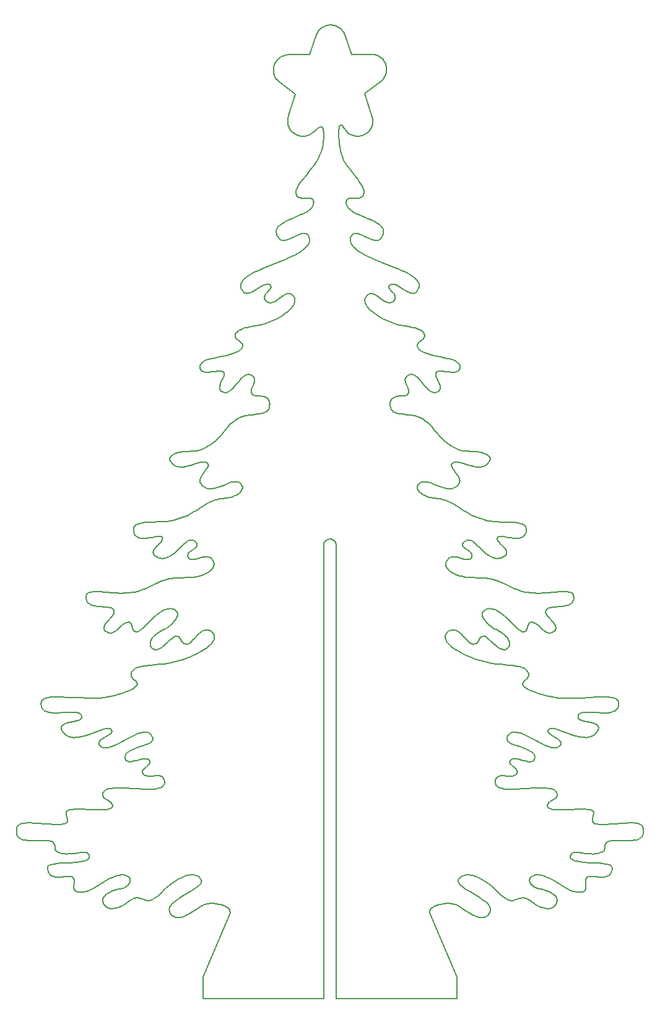
<source format=gm1>
G04 #@! TF.GenerationSoftware,KiCad,Pcbnew,(6.0.4-0)*
G04 #@! TF.CreationDate,2022-11-06T11:48:30+01:00*
G04 #@! TF.ProjectId,SL_Christmas_Tree_A,534c5f43-6872-4697-9374-6d61735f5472,rev?*
G04 #@! TF.SameCoordinates,Original*
G04 #@! TF.FileFunction,Profile,NP*
%FSLAX46Y46*%
G04 Gerber Fmt 4.6, Leading zero omitted, Abs format (unit mm)*
G04 Created by KiCad (PCBNEW (6.0.4-0)) date 2022-11-06 11:48:30*
%MOMM*%
%LPD*%
G01*
G04 APERTURE LIST*
G04 #@! TA.AperFunction,Profile*
%ADD10C,0.200000*%
G04 #@! TD*
G04 APERTURE END LIST*
D10*
X99917365Y-32473714D02*
X99965523Y-32475458D01*
X100013732Y-32478277D01*
X100061971Y-32482175D01*
X100110223Y-32487152D01*
X100158468Y-32493213D01*
X100206686Y-32500360D01*
X100254859Y-32508595D01*
X100302968Y-32517922D01*
X100350993Y-32528342D01*
X100398914Y-32539860D01*
X100446714Y-32552476D01*
X100494373Y-32566195D01*
X100541871Y-32581018D01*
X100589190Y-32596948D01*
X100664171Y-32624846D01*
X100736617Y-32655189D01*
X100806567Y-32687842D01*
X100874065Y-32722673D01*
X100939150Y-32759550D01*
X101001864Y-32798339D01*
X101062248Y-32838907D01*
X101120343Y-32881123D01*
X101176190Y-32924852D01*
X101229830Y-32969962D01*
X101330655Y-33063794D01*
X101423147Y-33161555D01*
X101507634Y-33262183D01*
X101584445Y-33364615D01*
X101653910Y-33467788D01*
X101716357Y-33570638D01*
X101772115Y-33672103D01*
X101821513Y-33771120D01*
X101864881Y-33866626D01*
X101902547Y-33957557D01*
X101934840Y-34042852D01*
X101937914Y-34051343D01*
X101940916Y-34059859D01*
X101943850Y-34068398D01*
X101946719Y-34076959D01*
X102727549Y-36482500D01*
X105567171Y-36482500D01*
X105674146Y-36485450D01*
X105779014Y-36494180D01*
X105881692Y-36508515D01*
X105982095Y-36528276D01*
X106080139Y-36553286D01*
X106175739Y-36583368D01*
X106268810Y-36618344D01*
X106359267Y-36658037D01*
X106447027Y-36702269D01*
X106532004Y-36750864D01*
X106614114Y-36803643D01*
X106693271Y-36860430D01*
X106769393Y-36921046D01*
X106842393Y-36985316D01*
X106912188Y-37053060D01*
X106978692Y-37124102D01*
X107041822Y-37198265D01*
X107101492Y-37275371D01*
X107157617Y-37355242D01*
X107210114Y-37437702D01*
X107258897Y-37522573D01*
X107303883Y-37609677D01*
X107344985Y-37698838D01*
X107382120Y-37789877D01*
X107415204Y-37882618D01*
X107444150Y-37976883D01*
X107468876Y-38072494D01*
X107489296Y-38169275D01*
X107505325Y-38267047D01*
X107516880Y-38365634D01*
X107523874Y-38464859D01*
X107526224Y-38564543D01*
X107524607Y-38644468D01*
X107519849Y-38722815D01*
X107512087Y-38799577D01*
X107501461Y-38874750D01*
X107488109Y-38948327D01*
X107472170Y-39020304D01*
X107453783Y-39090676D01*
X107433086Y-39159436D01*
X107410217Y-39226579D01*
X107385316Y-39292101D01*
X107358520Y-39355994D01*
X107329970Y-39418255D01*
X107299802Y-39478878D01*
X107268156Y-39537857D01*
X107235171Y-39595186D01*
X107200985Y-39650862D01*
X107129565Y-39757227D01*
X107055004Y-39856909D01*
X106978413Y-39949865D01*
X106900899Y-40036052D01*
X106823571Y-40115426D01*
X106747540Y-40187944D01*
X106673913Y-40253562D01*
X106603800Y-40312238D01*
X106597144Y-40317610D01*
X106590448Y-40322933D01*
X106583710Y-40328206D01*
X106576929Y-40333429D01*
X104564646Y-41863569D01*
X105569750Y-45024099D01*
X105569750Y-45024629D01*
X105599210Y-45126714D01*
X105622843Y-45228915D01*
X105640765Y-45331080D01*
X105653092Y-45433052D01*
X105659941Y-45534676D01*
X105661428Y-45635798D01*
X105657668Y-45736262D01*
X105648778Y-45835913D01*
X105634874Y-45934597D01*
X105616072Y-46032157D01*
X105592488Y-46128440D01*
X105564239Y-46223289D01*
X105531439Y-46316551D01*
X105494207Y-46408069D01*
X105452657Y-46497689D01*
X105406905Y-46585256D01*
X105357069Y-46670615D01*
X105303264Y-46753610D01*
X105245605Y-46834087D01*
X105184210Y-46911890D01*
X105119194Y-46986864D01*
X105050673Y-47058855D01*
X104978764Y-47127707D01*
X104903583Y-47193265D01*
X104825245Y-47255374D01*
X104743867Y-47313880D01*
X104659565Y-47368626D01*
X104572456Y-47419458D01*
X104482654Y-47466221D01*
X104390277Y-47508760D01*
X104295440Y-47546920D01*
X104198260Y-47580545D01*
X104196673Y-47581072D01*
X104117301Y-47604387D01*
X104038613Y-47623942D01*
X103960650Y-47639881D01*
X103883458Y-47652347D01*
X103807080Y-47661485D01*
X103731560Y-47667440D01*
X103656942Y-47670354D01*
X103583270Y-47670373D01*
X103510587Y-47667641D01*
X103438937Y-47662301D01*
X103368365Y-47654499D01*
X103298913Y-47644377D01*
X103163548Y-47617753D01*
X103033194Y-47583583D01*
X102908200Y-47543021D01*
X102788918Y-47497219D01*
X102675698Y-47447331D01*
X102568892Y-47394511D01*
X102468849Y-47339911D01*
X102375920Y-47284684D01*
X102290457Y-47229985D01*
X102212809Y-47176965D01*
X102180966Y-47144481D01*
X102148874Y-47109207D01*
X102084044Y-47031409D01*
X102018517Y-46945810D01*
X101952493Y-46854648D01*
X101819748Y-46664590D01*
X101753425Y-46570169D01*
X101687402Y-46479139D01*
X101621877Y-46393737D01*
X101557049Y-46316201D01*
X101524959Y-46281083D01*
X101493117Y-46248770D01*
X101461550Y-46219543D01*
X101430281Y-46193682D01*
X101399336Y-46171466D01*
X101368739Y-46153175D01*
X101338516Y-46139089D01*
X101308691Y-46129488D01*
X101279290Y-46124651D01*
X101250336Y-46124858D01*
X101221856Y-46130389D01*
X101193873Y-46141523D01*
X101160231Y-46161625D01*
X101129459Y-46202160D01*
X101076860Y-46340086D01*
X101036738Y-46546419D01*
X101009756Y-46812276D01*
X100996578Y-47128773D01*
X100997867Y-47487027D01*
X101014286Y-47878153D01*
X101046500Y-48293270D01*
X101095170Y-48723494D01*
X101160960Y-49159941D01*
X101244534Y-49593727D01*
X101346555Y-50015970D01*
X101467686Y-50417787D01*
X101608590Y-50790293D01*
X101769931Y-51124605D01*
X101858473Y-51274662D01*
X101952372Y-51411840D01*
X102275557Y-51843333D01*
X102580175Y-52242821D01*
X103129886Y-52954692D01*
X103373066Y-53271529D01*
X103593856Y-53565268D01*
X103791299Y-53838136D01*
X103964440Y-54092360D01*
X104112322Y-54330167D01*
X104176493Y-54443610D01*
X104233990Y-54553784D01*
X104284695Y-54660966D01*
X104328488Y-54765436D01*
X104365250Y-54867471D01*
X104394860Y-54967351D01*
X104417200Y-55065353D01*
X104432150Y-55161755D01*
X104439591Y-55256836D01*
X104439403Y-55350875D01*
X104431467Y-55444149D01*
X104415662Y-55536938D01*
X104391871Y-55629518D01*
X104359972Y-55722170D01*
X104322090Y-55802370D01*
X104275570Y-55871555D01*
X104221049Y-55930503D01*
X104159163Y-55979995D01*
X104090548Y-56020809D01*
X104015839Y-56053726D01*
X103935674Y-56079523D01*
X103850687Y-56098981D01*
X103761516Y-56112879D01*
X103668796Y-56121997D01*
X103475254Y-56129008D01*
X103073572Y-56119957D01*
X102875608Y-56116365D01*
X102686348Y-56121709D01*
X102596572Y-56129680D01*
X102510880Y-56142224D01*
X102429908Y-56160119D01*
X102354293Y-56184144D01*
X102284669Y-56215080D01*
X102221674Y-56253706D01*
X102165944Y-56300801D01*
X102118113Y-56357144D01*
X102078820Y-56423515D01*
X102048699Y-56500693D01*
X102028386Y-56589457D01*
X102018519Y-56690588D01*
X102028536Y-56889103D01*
X102073747Y-57075688D01*
X102151557Y-57251209D01*
X102259371Y-57416530D01*
X102394596Y-57572519D01*
X102554637Y-57720040D01*
X102736899Y-57859960D01*
X102938789Y-57993143D01*
X103391074Y-58242765D01*
X103890737Y-58475830D01*
X104949183Y-58919995D01*
X105466457Y-59144944D01*
X105948092Y-59381040D01*
X106169060Y-59505432D01*
X106373335Y-59635207D01*
X106558324Y-59771231D01*
X106721431Y-59914370D01*
X106860063Y-60065489D01*
X106971626Y-60225455D01*
X107053525Y-60395132D01*
X107103166Y-60575387D01*
X107117955Y-60767086D01*
X107095297Y-60971093D01*
X107032598Y-61188274D01*
X106927264Y-61419496D01*
X106839717Y-61559819D01*
X106742405Y-61673539D01*
X106636013Y-61762397D01*
X106521228Y-61828138D01*
X106398734Y-61872503D01*
X106269217Y-61897235D01*
X106133362Y-61904076D01*
X105991854Y-61894770D01*
X105845380Y-61871059D01*
X105694624Y-61834686D01*
X105540272Y-61787393D01*
X105383009Y-61730923D01*
X105062493Y-61597422D01*
X104738559Y-61448125D01*
X104416690Y-61296972D01*
X104102371Y-61157905D01*
X103801083Y-61044864D01*
X103657039Y-61002461D01*
X103518310Y-60971792D01*
X103385581Y-60954600D01*
X103259536Y-60952628D01*
X103140862Y-60967619D01*
X103030244Y-61001315D01*
X102928368Y-61055459D01*
X102835918Y-61131793D01*
X102753580Y-61232060D01*
X102682040Y-61358003D01*
X102628651Y-61488186D01*
X102592067Y-61616753D01*
X102571775Y-61743736D01*
X102567261Y-61869166D01*
X102578013Y-61993073D01*
X102603517Y-62115488D01*
X102643259Y-62236443D01*
X102696727Y-62355968D01*
X102763406Y-62474095D01*
X102842784Y-62590853D01*
X102934348Y-62706275D01*
X103037583Y-62820391D01*
X103277017Y-63044829D01*
X103556980Y-63264416D01*
X103873364Y-63479397D01*
X104222064Y-63690021D01*
X104598973Y-63896536D01*
X104999984Y-64099189D01*
X105420992Y-64298227D01*
X105857889Y-64493899D01*
X106762926Y-64876131D01*
X108627881Y-65608417D01*
X109130451Y-65815593D01*
X109625555Y-66032768D01*
X110102193Y-66260120D01*
X110549366Y-66497828D01*
X110956075Y-66746071D01*
X111140818Y-66874198D01*
X111311321Y-67005026D01*
X111466207Y-67138577D01*
X111604103Y-67274873D01*
X111723633Y-67413936D01*
X111823422Y-67555790D01*
X111902096Y-67700455D01*
X111958280Y-67847955D01*
X111990598Y-67998311D01*
X111997677Y-68151547D01*
X111978140Y-68307684D01*
X111930612Y-68466744D01*
X111853720Y-68628751D01*
X111746088Y-68793726D01*
X111649764Y-68907777D01*
X111548878Y-68997636D01*
X111443735Y-69064845D01*
X111334637Y-69110949D01*
X111221888Y-69137488D01*
X111105791Y-69146005D01*
X110986651Y-69138044D01*
X110864770Y-69115147D01*
X110740451Y-69078856D01*
X110614000Y-69030715D01*
X110485718Y-68972265D01*
X110355910Y-68905049D01*
X110092927Y-68750491D01*
X109827481Y-68579382D01*
X109298905Y-68236873D01*
X109040631Y-68090156D01*
X108914061Y-68028330D01*
X108789605Y-67976251D01*
X108667568Y-67935460D01*
X108548254Y-67907499D01*
X108431965Y-67893913D01*
X108319005Y-67896242D01*
X108209678Y-67916031D01*
X108104287Y-67954821D01*
X108003135Y-68014154D01*
X107906527Y-68095575D01*
X107873523Y-68135965D01*
X107853059Y-68178962D01*
X107844218Y-68224464D01*
X107846080Y-68272372D01*
X107857728Y-68322587D01*
X107878242Y-68375007D01*
X107906704Y-68429533D01*
X107942196Y-68486065D01*
X108030595Y-68604745D01*
X108136090Y-68730247D01*
X108368977Y-68998515D01*
X108481672Y-69139679D01*
X108582072Y-69284463D01*
X108625365Y-69357961D01*
X108662827Y-69432065D01*
X108693542Y-69506673D01*
X108716591Y-69581685D01*
X108731054Y-69657002D01*
X108736013Y-69732523D01*
X108730551Y-69808148D01*
X108713747Y-69883778D01*
X108684685Y-69959311D01*
X108642445Y-70034649D01*
X108586108Y-70109690D01*
X108514757Y-70184336D01*
X108401798Y-70277561D01*
X108287539Y-70347244D01*
X108172083Y-70395007D01*
X108055533Y-70422474D01*
X107937993Y-70431269D01*
X107819565Y-70423015D01*
X107700351Y-70399335D01*
X107580456Y-70361853D01*
X107459980Y-70312191D01*
X107339028Y-70251975D01*
X107096106Y-70106369D01*
X106852510Y-69938023D01*
X106609065Y-69759924D01*
X106366593Y-69585059D01*
X106125917Y-69426416D01*
X106006509Y-69357236D01*
X105887858Y-69296982D01*
X105770068Y-69247277D01*
X105653241Y-69209745D01*
X105537479Y-69186009D01*
X105422887Y-69177692D01*
X105309566Y-69186418D01*
X105197620Y-69213811D01*
X105087150Y-69261493D01*
X104978261Y-69331089D01*
X104871055Y-69424221D01*
X104765635Y-69542513D01*
X104676882Y-69673196D01*
X104614438Y-69807649D01*
X104577112Y-69945436D01*
X104563714Y-70086122D01*
X104573050Y-70229270D01*
X104603931Y-70374445D01*
X104655166Y-70521211D01*
X104725562Y-70669132D01*
X104813929Y-70817772D01*
X104919076Y-70966696D01*
X105039812Y-71115468D01*
X105174945Y-71263652D01*
X105483639Y-71556512D01*
X105835629Y-71841790D01*
X106221385Y-72116001D01*
X106631378Y-72375657D01*
X107056078Y-72617272D01*
X107485957Y-72837361D01*
X107911485Y-73032436D01*
X108323132Y-73199011D01*
X108711370Y-73333601D01*
X109066668Y-73432718D01*
X109256505Y-73473368D01*
X109476732Y-73513544D01*
X109986510Y-73597481D01*
X110552298Y-73694543D01*
X110842538Y-73751125D01*
X111130392Y-73814743D01*
X111410397Y-73886649D01*
X111677090Y-73968096D01*
X111925007Y-74060334D01*
X112040218Y-74110891D01*
X112148687Y-74164616D01*
X112249730Y-74221664D01*
X112342666Y-74282193D01*
X112426810Y-74346358D01*
X112501481Y-74414317D01*
X112565994Y-74486225D01*
X112619669Y-74562239D01*
X112661820Y-74642517D01*
X112691767Y-74727213D01*
X112710287Y-74810346D01*
X112719796Y-74888923D01*
X112720886Y-74963199D01*
X112714148Y-75033429D01*
X112700173Y-75099868D01*
X112679551Y-75162772D01*
X112652873Y-75222396D01*
X112620730Y-75278996D01*
X112583713Y-75332826D01*
X112542413Y-75384142D01*
X112497421Y-75433200D01*
X112449327Y-75480254D01*
X112346199Y-75569373D01*
X112237756Y-75653541D01*
X112023831Y-75815198D01*
X111927803Y-75896771D01*
X111884591Y-75938638D01*
X111845368Y-75981564D01*
X111810725Y-76025806D01*
X111781252Y-76071618D01*
X111757541Y-76119257D01*
X111740182Y-76168977D01*
X111729767Y-76221034D01*
X111726885Y-76275683D01*
X111732129Y-76333179D01*
X111746088Y-76393778D01*
X111810213Y-76553515D01*
X111902030Y-76699792D01*
X112019529Y-76833523D01*
X112160702Y-76955619D01*
X112323538Y-77066994D01*
X112506028Y-77168558D01*
X112706164Y-77261226D01*
X112921936Y-77345908D01*
X113392348Y-77494966D01*
X113901192Y-77623032D01*
X114969875Y-77845383D01*
X115497564Y-77954264D01*
X115999386Y-78071349D01*
X116459266Y-78203934D01*
X116668454Y-78278321D01*
X116861129Y-78359320D01*
X117035280Y-78447843D01*
X117188900Y-78544804D01*
X117319978Y-78651114D01*
X117426506Y-78767686D01*
X117506473Y-78895432D01*
X117557870Y-79035264D01*
X117578689Y-79188095D01*
X117566920Y-79354837D01*
X117540776Y-79462766D01*
X117500932Y-79556987D01*
X117448266Y-79638302D01*
X117383655Y-79707516D01*
X117307978Y-79765432D01*
X117222113Y-79812856D01*
X117126938Y-79850591D01*
X117023331Y-79879440D01*
X116912171Y-79900208D01*
X116794336Y-79913699D01*
X116542153Y-79922066D01*
X116273808Y-79910972D01*
X115996327Y-79886848D01*
X115442057Y-79825243D01*
X115179319Y-79800625D01*
X114935548Y-79788705D01*
X114717769Y-79795916D01*
X114620821Y-79808706D01*
X114533006Y-79828690D01*
X114455202Y-79856672D01*
X114388287Y-79893458D01*
X114333139Y-79939850D01*
X114290636Y-79996653D01*
X114264624Y-80055703D01*
X114250407Y-80120653D01*
X114246977Y-80191072D01*
X114253323Y-80266529D01*
X114268438Y-80346594D01*
X114291310Y-80430835D01*
X114320931Y-80518822D01*
X114356291Y-80610124D01*
X114724642Y-81408204D01*
X114803457Y-81610726D01*
X114835322Y-81710068D01*
X114860812Y-81807557D01*
X114878917Y-81902762D01*
X114888629Y-81995252D01*
X114888938Y-82084597D01*
X114878834Y-82170365D01*
X114857308Y-82252126D01*
X114823351Y-82329450D01*
X114775952Y-82401905D01*
X114714103Y-82469061D01*
X114636794Y-82530488D01*
X114543016Y-82585754D01*
X114431758Y-82634428D01*
X114302012Y-82676081D01*
X114164134Y-82701944D01*
X114029037Y-82704671D01*
X113896532Y-82685963D01*
X113766432Y-82647523D01*
X113638549Y-82591052D01*
X113512697Y-82518253D01*
X113388686Y-82430826D01*
X113266331Y-82330475D01*
X113145442Y-82218901D01*
X113025833Y-82097805D01*
X112789702Y-81833858D01*
X112324540Y-81266594D01*
X112092506Y-80990507D01*
X111858837Y-80737604D01*
X111740920Y-80624101D01*
X111622031Y-80521499D01*
X111501983Y-80431501D01*
X111380588Y-80355809D01*
X111257659Y-80296124D01*
X111133007Y-80254148D01*
X111006446Y-80231583D01*
X110877787Y-80230131D01*
X110746843Y-80251494D01*
X110613427Y-80297374D01*
X110477351Y-80369473D01*
X110338427Y-80469492D01*
X110265221Y-80535965D01*
X110205470Y-80604424D01*
X110158309Y-80674745D01*
X110122874Y-80746804D01*
X110098302Y-80820478D01*
X110083729Y-80895643D01*
X110078289Y-80972176D01*
X110081121Y-81049953D01*
X110091359Y-81128851D01*
X110108139Y-81208746D01*
X110130599Y-81289514D01*
X110157872Y-81371032D01*
X110223408Y-81535823D01*
X110297835Y-81702130D01*
X110374240Y-81868966D01*
X110445713Y-82035341D01*
X110505342Y-82200268D01*
X110528555Y-82281879D01*
X110546214Y-82362757D01*
X110557457Y-82442779D01*
X110561419Y-82521820D01*
X110557235Y-82599758D01*
X110544043Y-82676469D01*
X110520978Y-82751829D01*
X110487176Y-82825714D01*
X110441773Y-82898002D01*
X110383906Y-82968569D01*
X110341537Y-83006581D01*
X110290844Y-83038798D01*
X110232458Y-83065820D01*
X110167010Y-83088246D01*
X110095132Y-83106677D01*
X110017455Y-83121711D01*
X109847228Y-83143992D01*
X109464962Y-83174198D01*
X109263025Y-83191720D01*
X109060619Y-83217254D01*
X108960818Y-83234524D01*
X108862794Y-83255598D01*
X108767178Y-83281073D01*
X108674602Y-83311551D01*
X108585696Y-83347630D01*
X108501092Y-83389912D01*
X108421422Y-83438995D01*
X108347316Y-83495480D01*
X108279407Y-83559966D01*
X108218324Y-83633054D01*
X108164700Y-83715343D01*
X108119167Y-83807432D01*
X108082354Y-83909923D01*
X108054894Y-84023414D01*
X108037419Y-84148506D01*
X108030558Y-84285799D01*
X108038591Y-84498835D01*
X108066322Y-84687311D01*
X108112863Y-84852921D01*
X108177329Y-84997360D01*
X108258832Y-85122323D01*
X108356486Y-85229505D01*
X108469404Y-85320598D01*
X108596701Y-85397299D01*
X108737489Y-85461301D01*
X108890882Y-85514299D01*
X109231936Y-85594062D01*
X109612771Y-85650142D01*
X110026294Y-85696097D01*
X110465414Y-85745482D01*
X110923038Y-85811853D01*
X111392073Y-85908766D01*
X111628653Y-85972912D01*
X111865427Y-86049777D01*
X112101508Y-86141056D01*
X112336008Y-86248442D01*
X112568042Y-86373632D01*
X112796724Y-86518317D01*
X113021166Y-86684195D01*
X113240481Y-86872959D01*
X113453785Y-87086303D01*
X113660189Y-87325922D01*
X114055091Y-87809516D01*
X114430836Y-88248257D01*
X114789935Y-88644028D01*
X115134898Y-88998714D01*
X115468237Y-89314199D01*
X115792460Y-89592367D01*
X116110080Y-89835101D01*
X116423605Y-90044286D01*
X116579618Y-90136886D01*
X116735548Y-90221805D01*
X116891710Y-90299278D01*
X117048418Y-90369542D01*
X117205985Y-90432832D01*
X117364725Y-90489382D01*
X117686981Y-90583208D01*
X118017695Y-90652905D01*
X118359379Y-90700355D01*
X118714542Y-90727444D01*
X119085696Y-90736055D01*
X119228268Y-90737742D01*
X119370725Y-90742763D01*
X119512659Y-90751065D01*
X119653665Y-90762591D01*
X119793335Y-90777284D01*
X119931264Y-90795090D01*
X120067045Y-90815952D01*
X120200272Y-90839815D01*
X120330538Y-90866622D01*
X120457438Y-90896318D01*
X120580564Y-90928847D01*
X120699510Y-90964153D01*
X120813871Y-91002181D01*
X120923239Y-91042874D01*
X121027209Y-91086177D01*
X121125373Y-91132033D01*
X121217327Y-91180388D01*
X121302662Y-91231184D01*
X121380974Y-91284367D01*
X121451855Y-91339880D01*
X121514899Y-91397668D01*
X121569700Y-91457675D01*
X121615852Y-91519845D01*
X121652948Y-91584121D01*
X121680582Y-91650449D01*
X121698348Y-91718773D01*
X121705838Y-91789036D01*
X121702648Y-91861182D01*
X121688369Y-91935157D01*
X121662597Y-92010904D01*
X121624925Y-92088367D01*
X121574946Y-92167490D01*
X121437564Y-92342451D01*
X121291867Y-92490540D01*
X121138540Y-92613374D01*
X120978269Y-92712570D01*
X120811737Y-92789747D01*
X120639631Y-92846520D01*
X120462635Y-92884508D01*
X120281434Y-92905328D01*
X120096713Y-92910597D01*
X119909158Y-92901934D01*
X119719453Y-92880955D01*
X119528284Y-92849277D01*
X119144291Y-92760298D01*
X118762659Y-92647936D01*
X118028404Y-92404819D01*
X117686739Y-92299944D01*
X117369358Y-92223443D01*
X117221486Y-92199877D01*
X117081740Y-92188256D01*
X116950804Y-92190200D01*
X116829364Y-92207324D01*
X116718106Y-92241246D01*
X116617713Y-92293584D01*
X116528871Y-92365956D01*
X116452265Y-92459978D01*
X116422852Y-92519542D01*
X116409721Y-92584077D01*
X116411541Y-92653341D01*
X116426979Y-92727093D01*
X116454703Y-92805092D01*
X116493383Y-92887097D01*
X116541686Y-92972866D01*
X116598281Y-93062158D01*
X117189721Y-93874384D01*
X117327274Y-94095787D01*
X117387179Y-94207914D01*
X117439394Y-94320670D01*
X117482589Y-94433813D01*
X117515430Y-94547103D01*
X117536586Y-94660298D01*
X117544726Y-94773156D01*
X117538517Y-94885437D01*
X117516628Y-94996899D01*
X117477727Y-95107301D01*
X117420482Y-95216403D01*
X117343563Y-95323962D01*
X117245635Y-95429737D01*
X117125369Y-95533488D01*
X116981432Y-95634973D01*
X116830140Y-95719377D01*
X116673510Y-95782972D01*
X116512019Y-95827235D01*
X116346144Y-95853639D01*
X116176362Y-95863660D01*
X116003151Y-95858773D01*
X115826987Y-95840453D01*
X115648347Y-95810175D01*
X115467709Y-95769414D01*
X115285550Y-95719645D01*
X114918576Y-95598983D01*
X114551241Y-95459989D01*
X114187362Y-95314463D01*
X113830756Y-95174205D01*
X113485240Y-95051015D01*
X113317833Y-94999509D01*
X113154630Y-94956694D01*
X112996107Y-94924047D01*
X112842742Y-94903041D01*
X112695012Y-94895153D01*
X112553394Y-94901857D01*
X112418365Y-94924629D01*
X112290402Y-94964942D01*
X112169982Y-95024273D01*
X112057582Y-95104095D01*
X111953680Y-95205885D01*
X111858752Y-95331117D01*
X111818352Y-95400702D01*
X111787527Y-95471497D01*
X111766051Y-95543301D01*
X111753697Y-95615910D01*
X111750237Y-95689123D01*
X111755445Y-95762737D01*
X111769092Y-95836550D01*
X111790954Y-95910360D01*
X111820802Y-95983964D01*
X111858409Y-96057160D01*
X111903548Y-96129746D01*
X111955993Y-96201519D01*
X112015515Y-96272277D01*
X112081889Y-96341818D01*
X112234283Y-96476439D01*
X112411357Y-96603764D01*
X112611294Y-96722173D01*
X112832280Y-96830049D01*
X113072497Y-96925773D01*
X113330130Y-97007727D01*
X113603361Y-97074291D01*
X113890375Y-97123848D01*
X114189356Y-97154779D01*
X114428441Y-97176422D01*
X114658493Y-97207252D01*
X114880181Y-97246795D01*
X115094172Y-97294576D01*
X115301136Y-97350120D01*
X115501740Y-97412952D01*
X115886542Y-97558580D01*
X116253924Y-97727660D01*
X116609231Y-97916393D01*
X116957809Y-98120978D01*
X117305004Y-98337617D01*
X118016625Y-98791854D01*
X118391744Y-99021853D01*
X118786861Y-99248706D01*
X119207323Y-99468613D01*
X119658476Y-99677775D01*
X120145664Y-99872391D01*
X120404443Y-99963057D01*
X120674235Y-100048662D01*
X120914443Y-100115384D01*
X121158755Y-100172861D01*
X121406412Y-100221858D01*
X121656655Y-100263138D01*
X122161861Y-100325606D01*
X122668298Y-100366377D01*
X123169892Y-100391564D01*
X123660568Y-100407277D01*
X124584868Y-100434736D01*
X125006343Y-100458706D01*
X125392603Y-100497651D01*
X125570628Y-100524651D01*
X125737572Y-100557686D01*
X125892675Y-100597522D01*
X126035177Y-100644921D01*
X126164319Y-100700650D01*
X126279342Y-100765470D01*
X126379486Y-100840147D01*
X126463993Y-100925444D01*
X126532103Y-101022125D01*
X126583057Y-101130955D01*
X126616094Y-101252698D01*
X126630457Y-101388117D01*
X126627496Y-101596811D01*
X126604651Y-101782468D01*
X126563147Y-101946261D01*
X126504213Y-102089362D01*
X126429074Y-102212945D01*
X126338957Y-102318183D01*
X126235090Y-102406248D01*
X126118697Y-102478313D01*
X125991007Y-102535552D01*
X125853246Y-102579138D01*
X125706641Y-102610243D01*
X125552418Y-102630040D01*
X125391803Y-102639703D01*
X125226025Y-102640405D01*
X124883881Y-102619615D01*
X124535800Y-102577056D01*
X124191594Y-102522109D01*
X123554064Y-102412594D01*
X123280367Y-102376792D01*
X123049799Y-102366140D01*
X122953754Y-102373177D01*
X122872173Y-102390021D01*
X122806280Y-102417844D01*
X122757304Y-102457819D01*
X122712760Y-102521884D01*
X122686523Y-102588565D01*
X122677212Y-102657726D01*
X122683443Y-102729231D01*
X122703834Y-102802941D01*
X122737004Y-102878719D01*
X122781570Y-102956430D01*
X122836151Y-103035936D01*
X122969825Y-103199783D01*
X123126970Y-103369167D01*
X123467444Y-103720158D01*
X123628658Y-103899574D01*
X123769115Y-104080143D01*
X123828104Y-104170517D01*
X123877757Y-104260768D01*
X123916692Y-104350760D01*
X123943527Y-104440354D01*
X123956879Y-104529415D01*
X123955367Y-104617805D01*
X123937609Y-104705388D01*
X123902221Y-104792026D01*
X123847823Y-104877582D01*
X123773032Y-104961919D01*
X123676466Y-105044901D01*
X123556742Y-105126390D01*
X123337908Y-105242927D01*
X123122584Y-105323933D01*
X122910728Y-105371817D01*
X122702302Y-105388987D01*
X122497266Y-105377851D01*
X122295578Y-105340819D01*
X122097200Y-105280298D01*
X121902091Y-105198698D01*
X121710211Y-105098425D01*
X121521520Y-104981890D01*
X121335978Y-104851499D01*
X121153545Y-104709663D01*
X120797846Y-104401285D01*
X120454102Y-104076022D01*
X119801198Y-103451914D01*
X119491398Y-103191604D01*
X119340520Y-103082814D01*
X119192271Y-102991480D01*
X119046610Y-102920008D01*
X118903498Y-102870808D01*
X118762893Y-102846288D01*
X118624757Y-102848857D01*
X118489049Y-102880923D01*
X118355730Y-102944894D01*
X118224758Y-103043179D01*
X118096094Y-103178186D01*
X118034186Y-103261421D01*
X117989184Y-103340337D01*
X117960010Y-103415242D01*
X117945587Y-103486444D01*
X117944837Y-103554252D01*
X117956682Y-103618973D01*
X117980044Y-103680916D01*
X118013845Y-103740389D01*
X118057008Y-103797699D01*
X118108454Y-103853156D01*
X118167106Y-103907066D01*
X118231885Y-103959738D01*
X118375516Y-104062602D01*
X118530725Y-104164210D01*
X118688887Y-104267029D01*
X118841382Y-104373522D01*
X118979584Y-104486154D01*
X119040632Y-104545543D01*
X119094873Y-104607391D01*
X119141230Y-104672006D01*
X119178624Y-104739696D01*
X119205979Y-104810769D01*
X119222216Y-104885534D01*
X119226257Y-104964299D01*
X119217025Y-105047371D01*
X119193442Y-105135059D01*
X119154429Y-105227671D01*
X119099297Y-105318223D01*
X119033594Y-105390281D01*
X118958028Y-105445277D01*
X118873310Y-105484641D01*
X118780147Y-105509804D01*
X118679249Y-105522197D01*
X118571325Y-105523249D01*
X118457085Y-105514394D01*
X118337238Y-105497060D01*
X118212492Y-105472679D01*
X117951143Y-105408499D01*
X117400870Y-105258529D01*
X117123292Y-105195631D01*
X116986375Y-105172212D01*
X116851652Y-105156055D01*
X116719831Y-105148588D01*
X116591622Y-105151245D01*
X116467735Y-105165454D01*
X116348877Y-105192648D01*
X116235758Y-105234257D01*
X116129089Y-105291712D01*
X116029577Y-105366443D01*
X115937931Y-105459882D01*
X115854862Y-105573458D01*
X115781078Y-105708604D01*
X115717288Y-105866750D01*
X115664202Y-106049326D01*
X115650915Y-106119906D01*
X115645186Y-106190747D01*
X115646830Y-106261736D01*
X115655663Y-106332763D01*
X115671501Y-106403716D01*
X115694159Y-106474484D01*
X115723454Y-106544956D01*
X115759200Y-106615020D01*
X115801214Y-106684565D01*
X115849311Y-106753480D01*
X115963017Y-106888973D01*
X116098843Y-107020609D01*
X116255314Y-107147499D01*
X116430957Y-107268751D01*
X116624295Y-107383475D01*
X116833855Y-107490781D01*
X117058161Y-107589778D01*
X117295739Y-107679577D01*
X117545115Y-107759286D01*
X117804813Y-107828015D01*
X118073359Y-107884874D01*
X118329851Y-107925986D01*
X118591803Y-107956424D01*
X118858679Y-107978163D01*
X119129941Y-107993181D01*
X120248129Y-108025567D01*
X120819598Y-108052820D01*
X121106548Y-108076129D01*
X121393595Y-108108529D01*
X121680200Y-108151995D01*
X121965828Y-108208506D01*
X122249943Y-108280036D01*
X122532008Y-108368563D01*
X122786117Y-108463499D01*
X123040104Y-108569827D01*
X123552229Y-108808269D01*
X124624733Y-109329574D01*
X124909506Y-109456920D01*
X125203198Y-109578881D01*
X125506940Y-109693358D01*
X125821861Y-109798254D01*
X126149093Y-109891472D01*
X126489765Y-109970916D01*
X126845008Y-110034486D01*
X127215952Y-110080088D01*
X127515382Y-110104360D01*
X127811742Y-110120691D01*
X128104601Y-110129849D01*
X128393530Y-110132600D01*
X128957868Y-110121949D01*
X129501311Y-110094873D01*
X131397187Y-109945018D01*
X131784447Y-109927840D01*
X131962701Y-109926512D01*
X132130129Y-109931047D01*
X132286302Y-109942212D01*
X132430787Y-109960773D01*
X132563155Y-109987498D01*
X132682974Y-110023153D01*
X132789814Y-110068505D01*
X132883243Y-110124322D01*
X132962831Y-110191369D01*
X133028147Y-110270414D01*
X133078760Y-110362224D01*
X133114239Y-110467566D01*
X133134153Y-110587205D01*
X133138071Y-110721910D01*
X133122112Y-110902272D01*
X133086386Y-111063455D01*
X133032194Y-111206604D01*
X132960841Y-111332864D01*
X132873630Y-111443380D01*
X132771865Y-111539295D01*
X132656849Y-111621755D01*
X132529885Y-111691904D01*
X132392276Y-111750887D01*
X132245326Y-111799848D01*
X132090339Y-111839932D01*
X131928617Y-111872284D01*
X131590184Y-111918370D01*
X131240454Y-111947261D01*
X130548810Y-111990088D01*
X130227751Y-112022338D01*
X129937102Y-112074022D01*
X129806440Y-112110012D01*
X129687290Y-112154295D01*
X129580957Y-112208015D01*
X129488743Y-112272316D01*
X129411952Y-112348344D01*
X129351887Y-112437242D01*
X129309852Y-112540155D01*
X129287150Y-112658228D01*
X129287852Y-112723659D01*
X129301867Y-112793116D01*
X129328061Y-112866335D01*
X129365301Y-112943052D01*
X129412453Y-113023003D01*
X129468383Y-113105924D01*
X129602042Y-113279620D01*
X130261025Y-114040401D01*
X130411504Y-114236536D01*
X130478368Y-114334042D01*
X130538135Y-114430823D01*
X130589673Y-114526613D01*
X130631847Y-114621149D01*
X130663524Y-114714167D01*
X130683570Y-114805403D01*
X130690851Y-114894592D01*
X130684232Y-114981472D01*
X130662581Y-115065778D01*
X130624763Y-115147245D01*
X130569645Y-115225611D01*
X130496092Y-115300610D01*
X130402972Y-115371980D01*
X130289149Y-115439455D01*
X130177195Y-115491419D01*
X130067978Y-115528743D01*
X129961343Y-115552284D01*
X129857134Y-115562898D01*
X129755197Y-115561441D01*
X129655376Y-115548770D01*
X129557516Y-115525740D01*
X129461461Y-115493208D01*
X129367058Y-115452030D01*
X129274149Y-115403063D01*
X129182582Y-115347163D01*
X129092199Y-115285185D01*
X128914369Y-115146424D01*
X128739418Y-114993630D01*
X128393189Y-114673345D01*
X128219427Y-114519553D01*
X128043580Y-114379129D01*
X127954486Y-114316071D01*
X127864405Y-114258923D01*
X127773182Y-114208543D01*
X127680662Y-114165785D01*
X127586689Y-114131508D01*
X127491109Y-114106565D01*
X127393765Y-114091815D01*
X127294504Y-114088114D01*
X127242074Y-114092619D01*
X127194503Y-114103548D01*
X127151442Y-114120491D01*
X127112541Y-114143042D01*
X127077452Y-114170791D01*
X127045823Y-114203332D01*
X127017305Y-114240255D01*
X126991549Y-114281154D01*
X126968205Y-114325620D01*
X126946922Y-114373245D01*
X126909144Y-114476340D01*
X126842942Y-114702489D01*
X126808922Y-114819015D01*
X126770559Y-114933490D01*
X126748874Y-114988938D01*
X126725055Y-115042650D01*
X126698751Y-115094217D01*
X126669612Y-115143231D01*
X126637289Y-115189285D01*
X126601432Y-115231971D01*
X126561691Y-115270879D01*
X126517717Y-115305603D01*
X126469160Y-115335735D01*
X126415669Y-115360866D01*
X126356896Y-115380589D01*
X126292490Y-115394495D01*
X126190359Y-115397178D01*
X126080514Y-115374828D01*
X125963293Y-115329350D01*
X125839035Y-115262644D01*
X125708078Y-115176614D01*
X125570761Y-115073161D01*
X125278401Y-114821599D01*
X123922240Y-113498954D01*
X123550056Y-113165290D01*
X123170031Y-112860865D01*
X122977924Y-112724373D01*
X122784871Y-112600898D01*
X122591211Y-112492342D01*
X122397283Y-112400608D01*
X122203426Y-112327598D01*
X122009976Y-112275215D01*
X121817274Y-112245361D01*
X121625657Y-112239938D01*
X121435463Y-112260849D01*
X121247032Y-112309997D01*
X121060702Y-112389284D01*
X120876810Y-112500612D01*
X120814482Y-112550103D01*
X120761346Y-112604462D01*
X120717225Y-112663410D01*
X120681940Y-112726668D01*
X120655312Y-112793956D01*
X120637161Y-112864995D01*
X120627308Y-112939505D01*
X120625576Y-113017206D01*
X120631785Y-113097820D01*
X120645755Y-113181066D01*
X120667309Y-113266666D01*
X120696267Y-113354339D01*
X120732450Y-113443807D01*
X120775679Y-113534789D01*
X120825776Y-113627006D01*
X120882561Y-113720179D01*
X120945856Y-113814029D01*
X121015481Y-113908275D01*
X121173007Y-114096839D01*
X121353709Y-114283636D01*
X121556154Y-114466430D01*
X121778911Y-114642985D01*
X122020550Y-114811065D01*
X122279637Y-114968434D01*
X122415278Y-115042403D01*
X122554743Y-115112856D01*
X122804149Y-115241372D01*
X123038780Y-115377259D01*
X123150246Y-115447650D01*
X123257648Y-115519505D01*
X123360863Y-115592696D01*
X123459768Y-115667099D01*
X123554239Y-115742585D01*
X123644153Y-115819029D01*
X123729387Y-115896305D01*
X123809817Y-115974287D01*
X123885320Y-116052847D01*
X123955773Y-116131859D01*
X124021052Y-116211198D01*
X124081034Y-116290736D01*
X124135596Y-116370348D01*
X124184615Y-116449906D01*
X124227966Y-116529285D01*
X124265528Y-116608359D01*
X124297176Y-116687000D01*
X124322787Y-116765083D01*
X124342239Y-116842481D01*
X124355407Y-116919067D01*
X124362168Y-116994716D01*
X124362399Y-117069301D01*
X124355977Y-117142696D01*
X124342779Y-117214774D01*
X124322680Y-117285408D01*
X124295558Y-117354474D01*
X124261290Y-117421843D01*
X124219752Y-117487390D01*
X124128676Y-117601806D01*
X124033018Y-117692611D01*
X123933139Y-117761127D01*
X123829399Y-117808675D01*
X123722158Y-117836577D01*
X123611777Y-117846152D01*
X123498616Y-117838724D01*
X123383036Y-117815611D01*
X123265397Y-117778136D01*
X123146060Y-117727621D01*
X123025384Y-117665385D01*
X122903731Y-117592750D01*
X122781461Y-117511037D01*
X122658935Y-117421568D01*
X122414553Y-117224645D01*
X122173470Y-117012548D01*
X121938570Y-116795848D01*
X121498850Y-116390913D01*
X121299798Y-116223816D01*
X121206735Y-116153735D01*
X121118462Y-116094392D01*
X121035339Y-116047110D01*
X120957727Y-116013210D01*
X120885985Y-115994013D01*
X120820475Y-115990839D01*
X120742536Y-115999980D01*
X120672007Y-116013361D01*
X120608372Y-116030720D01*
X120551117Y-116051793D01*
X120499726Y-116076319D01*
X120453684Y-116104034D01*
X120412477Y-116134676D01*
X120375589Y-116167981D01*
X120342505Y-116203688D01*
X120312710Y-116241533D01*
X120285690Y-116281253D01*
X120260928Y-116322586D01*
X120216122Y-116409040D01*
X120174172Y-116498792D01*
X120130957Y-116589739D01*
X120082356Y-116679780D01*
X120054749Y-116723804D01*
X120024250Y-116766813D01*
X119990345Y-116808544D01*
X119952519Y-116848735D01*
X119910255Y-116887123D01*
X119863041Y-116923444D01*
X119810359Y-116957438D01*
X119751696Y-116988839D01*
X119686536Y-117017387D01*
X119614364Y-117042817D01*
X119534665Y-117064868D01*
X119446925Y-117083277D01*
X119363926Y-117089419D01*
X119279580Y-117079126D01*
X119193860Y-117053651D01*
X119106744Y-117014247D01*
X119018205Y-116962169D01*
X118928219Y-116898671D01*
X118836760Y-116825006D01*
X118743805Y-116742429D01*
X118553303Y-116555552D01*
X118356515Y-116348072D01*
X117943282Y-115911426D01*
X117726438Y-115702323D01*
X117615373Y-115604465D01*
X117502512Y-115512741D01*
X117387831Y-115428406D01*
X117271304Y-115352712D01*
X117152907Y-115286915D01*
X117032615Y-115232267D01*
X116910402Y-115190023D01*
X116786245Y-115161437D01*
X116660118Y-115147762D01*
X116531996Y-115150253D01*
X116401854Y-115170163D01*
X116269669Y-115208746D01*
X116135413Y-115267257D01*
X115999064Y-115346948D01*
X115899786Y-115423263D01*
X115800812Y-115524095D01*
X115710747Y-115648489D01*
X115638199Y-115795488D01*
X115591777Y-115964136D01*
X115581052Y-116056280D01*
X115580086Y-116153478D01*
X115589956Y-116255610D01*
X115611736Y-116362556D01*
X115646502Y-116474198D01*
X115695332Y-116590415D01*
X115759300Y-116711088D01*
X115839483Y-116836098D01*
X115936956Y-116965325D01*
X116052795Y-117098649D01*
X116188077Y-117235951D01*
X116343877Y-117377112D01*
X116521271Y-117522011D01*
X116721336Y-117670530D01*
X116945146Y-117822549D01*
X117193778Y-117977948D01*
X117468308Y-118136607D01*
X117769812Y-118298408D01*
X118099366Y-118463231D01*
X118458045Y-118630956D01*
X118846926Y-118801463D01*
X119267085Y-118974634D01*
X119613856Y-119106812D01*
X119957295Y-119225304D01*
X120297041Y-119331035D01*
X120632732Y-119424929D01*
X120964009Y-119507911D01*
X121290510Y-119580903D01*
X121927743Y-119700617D01*
X122541547Y-119791464D01*
X123129037Y-119860837D01*
X124213532Y-119964729D01*
X124704767Y-120014034D01*
X125158148Y-120071435D01*
X125570789Y-120144324D01*
X125760930Y-120188887D01*
X125939805Y-120240094D01*
X126107052Y-120298869D01*
X126262310Y-120366137D01*
X126405220Y-120442822D01*
X126535421Y-120529847D01*
X126652551Y-120628136D01*
X126756251Y-120738615D01*
X126846159Y-120862206D01*
X126921915Y-120999834D01*
X126952740Y-121074348D01*
X126973660Y-121145791D01*
X126985317Y-121214329D01*
X126988352Y-121280129D01*
X126983408Y-121343359D01*
X126971127Y-121404187D01*
X126952151Y-121462779D01*
X126927122Y-121519302D01*
X126896682Y-121573924D01*
X126861473Y-121626812D01*
X126822137Y-121678134D01*
X126779316Y-121728056D01*
X126685788Y-121824371D01*
X126586026Y-121917095D01*
X126388341Y-122097123D01*
X126300692Y-122187102D01*
X126261913Y-122232668D01*
X126227354Y-122278842D01*
X126197657Y-122325791D01*
X126173463Y-122373681D01*
X126155415Y-122422681D01*
X126144155Y-122472957D01*
X126140325Y-122524677D01*
X126144567Y-122578008D01*
X126157523Y-122633117D01*
X126179835Y-122690172D01*
X126218407Y-122755828D01*
X126273349Y-122823831D01*
X126429558Y-122965714D01*
X126642891Y-123113497D01*
X126907777Y-123264856D01*
X127218645Y-123417464D01*
X127569924Y-123568999D01*
X127956043Y-123717135D01*
X128371432Y-123859547D01*
X128810519Y-123993910D01*
X129267734Y-124117901D01*
X129737506Y-124229194D01*
X130214263Y-124325465D01*
X130692436Y-124404390D01*
X131166453Y-124463642D01*
X131630744Y-124500898D01*
X132079737Y-124513834D01*
X132898593Y-124504717D01*
X133681331Y-124480831D01*
X134425122Y-124447370D01*
X135127137Y-124409531D01*
X136394518Y-124341496D01*
X136954226Y-124321691D01*
X137460839Y-124318289D01*
X137693350Y-124324362D01*
X137911527Y-124336484D01*
X138115015Y-124355304D01*
X138303461Y-124381471D01*
X138476510Y-124415636D01*
X138633810Y-124458447D01*
X138775007Y-124510554D01*
X138899747Y-124572606D01*
X139007676Y-124645253D01*
X139098440Y-124729144D01*
X139171687Y-124824929D01*
X139227061Y-124933256D01*
X139264210Y-125054776D01*
X139282780Y-125190138D01*
X139282416Y-125339990D01*
X139262766Y-125504984D01*
X139215177Y-125691004D01*
X139141184Y-125853184D01*
X139042619Y-125993016D01*
X138921311Y-126111994D01*
X138779091Y-126211609D01*
X138617791Y-126293355D01*
X138439240Y-126358723D01*
X138245269Y-126409207D01*
X138037708Y-126446299D01*
X137818390Y-126471491D01*
X137351798Y-126492148D01*
X136860139Y-126483118D01*
X136358057Y-126456342D01*
X135381205Y-126397315D01*
X134935725Y-126388945D01*
X134538401Y-126410592D01*
X134362374Y-126436403D01*
X134203878Y-126474196D01*
X134064743Y-126525463D01*
X133946801Y-126591698D01*
X133851882Y-126674392D01*
X133781816Y-126775038D01*
X133738434Y-126895129D01*
X133723566Y-127036157D01*
X133734076Y-127126330D01*
X133764579Y-127207353D01*
X133813534Y-127279967D01*
X133879401Y-127344916D01*
X133960639Y-127402940D01*
X134055707Y-127454781D01*
X134163066Y-127501181D01*
X134281174Y-127542882D01*
X134543477Y-127615152D01*
X134830293Y-127677525D01*
X135428164Y-127796318D01*
X135714571Y-127864604D01*
X135976193Y-127946730D01*
X136093858Y-127994836D01*
X136200706Y-128048627D01*
X136295196Y-128108845D01*
X136375786Y-128176231D01*
X136440938Y-128251528D01*
X136489109Y-128335476D01*
X136518760Y-128428817D01*
X136528350Y-128532294D01*
X136516339Y-128646647D01*
X136481186Y-128772620D01*
X136421350Y-128910952D01*
X136335291Y-129062387D01*
X136193872Y-129257371D01*
X136036395Y-129421301D01*
X135864050Y-129555952D01*
X135678032Y-129663098D01*
X135479531Y-129744515D01*
X135269741Y-129801976D01*
X135049855Y-129837256D01*
X134821063Y-129852130D01*
X134584560Y-129848373D01*
X134341536Y-129827758D01*
X134093186Y-129792061D01*
X133840700Y-129743057D01*
X133328093Y-129612222D01*
X132813256Y-129449451D01*
X130922381Y-128762939D01*
X130539478Y-128653437D01*
X130368056Y-128617765D01*
X130211579Y-128597179D01*
X130071237Y-128593453D01*
X129948223Y-128608362D01*
X129843731Y-128643679D01*
X129758952Y-128701181D01*
X129686241Y-128779387D01*
X129637769Y-128855590D01*
X129611855Y-128929972D01*
X129606820Y-129002712D01*
X129620981Y-129073994D01*
X129652660Y-129143997D01*
X129700175Y-129212903D01*
X129761846Y-129280894D01*
X129835993Y-129348149D01*
X129920934Y-129414850D01*
X130116481Y-129547317D01*
X130563177Y-129813574D01*
X130787439Y-129950262D01*
X130994385Y-130091256D01*
X131087164Y-130163820D01*
X131170572Y-130238004D01*
X131242930Y-130313989D01*
X131302556Y-130391956D01*
X131347771Y-130472085D01*
X131376894Y-130554559D01*
X131388244Y-130639559D01*
X131380142Y-130727264D01*
X131350906Y-130817858D01*
X131298856Y-130911520D01*
X131222312Y-131008431D01*
X131119593Y-131108774D01*
X130988547Y-131199288D01*
X130840032Y-131258356D01*
X130675233Y-131288240D01*
X130495333Y-131291201D01*
X130301515Y-131269501D01*
X130094962Y-131225402D01*
X129876857Y-131161165D01*
X129648383Y-131079052D01*
X129165064Y-130870243D01*
X128654470Y-130617068D01*
X127589320Y-130049995D01*
X127053695Y-129772282D01*
X126528658Y-129522575D01*
X126023675Y-129318967D01*
X125781662Y-129240104D01*
X125548211Y-129179551D01*
X125324508Y-129139569D01*
X125111733Y-129122420D01*
X124911072Y-129130365D01*
X124723707Y-129165667D01*
X124550820Y-129230586D01*
X124393597Y-129327384D01*
X124253218Y-129458324D01*
X124130869Y-129625665D01*
X124056327Y-129771827D01*
X124015139Y-129907523D01*
X124005186Y-130033484D01*
X124024345Y-130150442D01*
X124070495Y-130259127D01*
X124141515Y-130360271D01*
X124235283Y-130454605D01*
X124349677Y-130542861D01*
X124482577Y-130625770D01*
X124631861Y-130704062D01*
X124971093Y-130849723D01*
X125350402Y-130985696D01*
X125752818Y-131117828D01*
X126161367Y-131251971D01*
X126559078Y-131393975D01*
X126928981Y-131549688D01*
X127098200Y-131634514D01*
X127254102Y-131724962D01*
X127394566Y-131821762D01*
X127517471Y-131925646D01*
X127620694Y-132037344D01*
X127702115Y-132157590D01*
X127759612Y-132287112D01*
X127791063Y-132426643D01*
X127794348Y-132576914D01*
X127767344Y-132738657D01*
X127733351Y-132840137D01*
X127687934Y-132925703D01*
X127631799Y-132996328D01*
X127565650Y-133052988D01*
X127490190Y-133096656D01*
X127406126Y-133128306D01*
X127314161Y-133148913D01*
X127215000Y-133159450D01*
X127109347Y-133160892D01*
X126997907Y-133154212D01*
X126760485Y-133120386D01*
X126508370Y-133065764D01*
X126247197Y-132998138D01*
X125720224Y-132855050D01*
X125465698Y-132795173D01*
X125224659Y-132753465D01*
X125110959Y-132741859D01*
X125002745Y-132737718D01*
X124900721Y-132742015D01*
X124805591Y-132755725D01*
X124718061Y-132779821D01*
X124638835Y-132815279D01*
X124568617Y-132863072D01*
X124508112Y-132924173D01*
X124457012Y-132995270D01*
X124420779Y-133064023D01*
X124398413Y-133130595D01*
X124388913Y-133195151D01*
X124391279Y-133257854D01*
X124404510Y-133318868D01*
X124427606Y-133378358D01*
X124459566Y-133436487D01*
X124499390Y-133493420D01*
X124546078Y-133549320D01*
X124656042Y-133658676D01*
X124781456Y-133765869D01*
X124914315Y-133872209D01*
X125046615Y-133979009D01*
X125170355Y-134087579D01*
X125226513Y-134142938D01*
X125277529Y-134199232D01*
X125322403Y-134256624D01*
X125360134Y-134315278D01*
X125389723Y-134375359D01*
X125410168Y-134437030D01*
X125420469Y-134500456D01*
X125419625Y-134565799D01*
X125406637Y-134633225D01*
X125380504Y-134702897D01*
X125340225Y-134774978D01*
X125284800Y-134849634D01*
X125216725Y-134919278D01*
X125139668Y-134976887D01*
X125054389Y-135023466D01*
X124961646Y-135060017D01*
X124862200Y-135087546D01*
X124756810Y-135107055D01*
X124646237Y-135119549D01*
X124531240Y-135126032D01*
X124291011Y-135124979D01*
X124042204Y-135111928D01*
X123543160Y-135081953D01*
X123305079Y-135081092D01*
X123191559Y-135087707D01*
X123082731Y-135100356D01*
X122979355Y-135120046D01*
X122882191Y-135147778D01*
X122791999Y-135184557D01*
X122709538Y-135231387D01*
X122635569Y-135289272D01*
X122570850Y-135359216D01*
X122516142Y-135442222D01*
X122472204Y-135539295D01*
X122439797Y-135651438D01*
X122419679Y-135779655D01*
X122412611Y-135924950D01*
X122419352Y-136088327D01*
X122455333Y-136259640D01*
X122531981Y-136407271D01*
X122646685Y-136532743D01*
X122796837Y-136637577D01*
X122979827Y-136723294D01*
X123193043Y-136791416D01*
X123433877Y-136843465D01*
X123699717Y-136880961D01*
X124295981Y-136918386D01*
X124960953Y-136915862D01*
X126413504Y-136839660D01*
X127890333Y-136749736D01*
X128585651Y-136730060D01*
X129224399Y-136743471D01*
X129785697Y-136802141D01*
X130030778Y-136852253D01*
X130248665Y-136918245D01*
X130436751Y-137001637D01*
X130592423Y-137103953D01*
X130713074Y-137226713D01*
X130796091Y-137371439D01*
X130830234Y-137467928D01*
X130852268Y-137558136D01*
X130862925Y-137642446D01*
X130862936Y-137721240D01*
X130853035Y-137794900D01*
X130833953Y-137863809D01*
X130806420Y-137928350D01*
X130771170Y-137988904D01*
X130728934Y-138045854D01*
X130680443Y-138099583D01*
X130626430Y-138150473D01*
X130567626Y-138198907D01*
X130438574Y-138289933D01*
X130299139Y-138375721D01*
X130012544Y-138543821D01*
X129877091Y-138632252D01*
X129813887Y-138678901D01*
X129754673Y-138727682D01*
X129700182Y-138778977D01*
X129651146Y-138833170D01*
X129608295Y-138890642D01*
X129572363Y-138951776D01*
X129544080Y-139016955D01*
X129524178Y-139086560D01*
X129513389Y-139160974D01*
X129512446Y-139240580D01*
X129531822Y-139329774D01*
X129579112Y-139408385D01*
X129652621Y-139477005D01*
X129750653Y-139536226D01*
X129871514Y-139586639D01*
X130013507Y-139628836D01*
X130354110Y-139690947D01*
X130758900Y-139727292D01*
X131214314Y-139742603D01*
X132222762Y-139729057D01*
X134250377Y-139657805D01*
X134680398Y-139658399D01*
X135052539Y-139675822D01*
X135353239Y-139714806D01*
X135472560Y-139743863D01*
X135568934Y-139780084D01*
X135658227Y-139829860D01*
X135729095Y-139884928D01*
X135783140Y-139944836D01*
X135821965Y-140009136D01*
X135847172Y-140077375D01*
X135860364Y-140149104D01*
X135863144Y-140223871D01*
X135857113Y-140301226D01*
X135825032Y-140461898D01*
X135776942Y-140627513D01*
X135725663Y-140794466D01*
X135684016Y-140959152D01*
X135670810Y-141039518D01*
X135664820Y-141117966D01*
X135667648Y-141194044D01*
X135680896Y-141267302D01*
X135706168Y-141337289D01*
X135745066Y-141403555D01*
X135799191Y-141465648D01*
X135870148Y-141523119D01*
X135959538Y-141575516D01*
X136068964Y-141622390D01*
X136200028Y-141663288D01*
X136354334Y-141697761D01*
X136533483Y-141725358D01*
X136739078Y-141745627D01*
X136972722Y-141758120D01*
X137236018Y-141762384D01*
X141191717Y-141515701D01*
X141378684Y-141523549D01*
X141555213Y-141539072D01*
X141720745Y-141563094D01*
X141874723Y-141596438D01*
X142016589Y-141639927D01*
X142145785Y-141694385D01*
X142261752Y-141760634D01*
X142363933Y-141839497D01*
X142451770Y-141931797D01*
X142524705Y-142038359D01*
X142582179Y-142160004D01*
X142623635Y-142297556D01*
X142648514Y-142451838D01*
X142656259Y-142623673D01*
X142646311Y-142813884D01*
X142618113Y-143023294D01*
X142579421Y-143175115D01*
X142519160Y-143310319D01*
X142438721Y-143429832D01*
X142339491Y-143534583D01*
X142222861Y-143625500D01*
X142090221Y-143703508D01*
X141942960Y-143769537D01*
X141782467Y-143824513D01*
X141610132Y-143869364D01*
X141427344Y-143905018D01*
X141035971Y-143952444D01*
X140619461Y-143974210D01*
X140188933Y-143977737D01*
X139330283Y-143959754D01*
X138924395Y-143953084D01*
X138548953Y-143957855D01*
X138215073Y-143981488D01*
X138067193Y-144002696D01*
X137933871Y-144031402D01*
X137816499Y-144068534D01*
X137716465Y-144115018D01*
X137635158Y-144171783D01*
X137573969Y-144239756D01*
X137533439Y-144302242D01*
X137498675Y-144362665D01*
X137469209Y-144421100D01*
X137444571Y-144477623D01*
X137424290Y-144532309D01*
X137407898Y-144585234D01*
X137394926Y-144636473D01*
X137384902Y-144686102D01*
X137371824Y-144780831D01*
X137364908Y-144870027D01*
X137354534Y-145034235D01*
X137349922Y-145072772D01*
X137343563Y-145110455D01*
X137334987Y-145147359D01*
X137323725Y-145183559D01*
X137309307Y-145219131D01*
X137291265Y-145254151D01*
X137269127Y-145288694D01*
X137242425Y-145322836D01*
X137210688Y-145356652D01*
X137173448Y-145390217D01*
X137130235Y-145423608D01*
X137080578Y-145456900D01*
X137024009Y-145490168D01*
X136960058Y-145523488D01*
X136888255Y-145556935D01*
X136808131Y-145590586D01*
X136653406Y-145645816D01*
X136495337Y-145689782D01*
X136334426Y-145723349D01*
X136171173Y-145747382D01*
X136006082Y-145762746D01*
X135839653Y-145770308D01*
X135672389Y-145770933D01*
X135504792Y-145765485D01*
X135170605Y-145739837D01*
X134841109Y-145700286D01*
X134212246Y-145607176D01*
X133920911Y-145567463D01*
X133650327Y-145541544D01*
X133524071Y-145535920D01*
X133404509Y-145536342D01*
X133292142Y-145543674D01*
X133187472Y-145558781D01*
X133091002Y-145582530D01*
X133003233Y-145615785D01*
X132924667Y-145659413D01*
X132855806Y-145714278D01*
X132797151Y-145781246D01*
X132749206Y-145861183D01*
X132712471Y-145954954D01*
X132687449Y-146063425D01*
X132682219Y-146199111D01*
X132711958Y-146319802D01*
X132774357Y-146426460D01*
X132867104Y-146520052D01*
X132987890Y-146601540D01*
X133134404Y-146671891D01*
X133304335Y-146732068D01*
X133495375Y-146783035D01*
X133931537Y-146861201D01*
X134424406Y-146914103D01*
X135506340Y-146974983D01*
X136593320Y-147027402D01*
X137092498Y-147069729D01*
X137537490Y-147133088D01*
X137733891Y-147175066D01*
X137909816Y-147225195D01*
X138062953Y-147284441D01*
X138190992Y-147353768D01*
X138291624Y-147434139D01*
X138362538Y-147526520D01*
X138401423Y-147631875D01*
X138405970Y-147751169D01*
X138377717Y-147939328D01*
X138335550Y-148107415D01*
X138280339Y-148256472D01*
X138212955Y-148387542D01*
X138134266Y-148501669D01*
X138045145Y-148599897D01*
X137946460Y-148683268D01*
X137839083Y-148752827D01*
X137723883Y-148809615D01*
X137601731Y-148854677D01*
X137473496Y-148889056D01*
X137340050Y-148913795D01*
X137202262Y-148929937D01*
X137061002Y-148938526D01*
X136771550Y-148937218D01*
X136478654Y-148918216D01*
X136189277Y-148889866D01*
X135648927Y-148838513D01*
X135411878Y-148832201D01*
X135304680Y-148837538D01*
X135206194Y-148849929D01*
X135117291Y-148870415D01*
X135038839Y-148900041D01*
X134971710Y-148939850D01*
X134916773Y-148990885D01*
X134869818Y-149052371D01*
X134831276Y-149116039D01*
X134800467Y-149181675D01*
X134776713Y-149249061D01*
X134759335Y-149317984D01*
X134747654Y-149388226D01*
X134740990Y-149459574D01*
X134738664Y-149531812D01*
X134739998Y-149604723D01*
X134744311Y-149678093D01*
X134759162Y-149825347D01*
X134794743Y-150115877D01*
X134804607Y-150255706D01*
X134805181Y-150323508D01*
X134801943Y-150389613D01*
X134794215Y-150453807D01*
X134781318Y-150515874D01*
X134762572Y-150575599D01*
X134737299Y-150632766D01*
X134704819Y-150687159D01*
X134664453Y-150738564D01*
X134615522Y-150786764D01*
X134557347Y-150831545D01*
X134489248Y-150872691D01*
X134410548Y-150909986D01*
X134320565Y-150943215D01*
X134218623Y-150972162D01*
X134028350Y-151006289D01*
X133833505Y-151016917D01*
X133634397Y-151005751D01*
X133431335Y-150974494D01*
X133224628Y-150924847D01*
X133014586Y-150858513D01*
X132801517Y-150777196D01*
X132585732Y-150682599D01*
X132147247Y-150460374D01*
X131701605Y-150205461D01*
X130798745Y-149652061D01*
X130346474Y-149380820D01*
X129896942Y-149131382D01*
X129452623Y-148917370D01*
X129233190Y-148827906D01*
X129015989Y-148752407D01*
X128801327Y-148692575D01*
X128589515Y-148650114D01*
X128380861Y-148626727D01*
X128175675Y-148624116D01*
X127974266Y-148643985D01*
X127776943Y-148688035D01*
X127584015Y-148757970D01*
X127395792Y-148855493D01*
X127331844Y-148898185D01*
X127275939Y-148944138D01*
X127227879Y-148993085D01*
X127187466Y-149044763D01*
X127154503Y-149098905D01*
X127128792Y-149155246D01*
X127110135Y-149213520D01*
X127098336Y-149273462D01*
X127093196Y-149334806D01*
X127094518Y-149397287D01*
X127102104Y-149460639D01*
X127115757Y-149524597D01*
X127135279Y-149588895D01*
X127160473Y-149653268D01*
X127191140Y-149717450D01*
X127227084Y-149781175D01*
X127268106Y-149844179D01*
X127314009Y-149906195D01*
X127364596Y-149966959D01*
X127419668Y-150026204D01*
X127479029Y-150083665D01*
X127542481Y-150139076D01*
X127609826Y-150192173D01*
X127680866Y-150242689D01*
X127755404Y-150290359D01*
X127833243Y-150334918D01*
X127914184Y-150376099D01*
X127998030Y-150413638D01*
X128084584Y-150447269D01*
X128173648Y-150476727D01*
X128265024Y-150501745D01*
X128358515Y-150522058D01*
X128664364Y-150585381D01*
X128956121Y-150657035D01*
X129232379Y-150736895D01*
X129364257Y-150779862D01*
X129491732Y-150824833D01*
X129614629Y-150871792D01*
X129732773Y-150920723D01*
X129845986Y-150971610D01*
X129954095Y-151024437D01*
X130056922Y-151079189D01*
X130154292Y-151135849D01*
X130246029Y-151194403D01*
X130331957Y-151254833D01*
X130411901Y-151317125D01*
X130485684Y-151381261D01*
X130553132Y-151447228D01*
X130614067Y-151515007D01*
X130668314Y-151584585D01*
X130715698Y-151655945D01*
X130756042Y-151729070D01*
X130789171Y-151803946D01*
X130814910Y-151880556D01*
X130833081Y-151958885D01*
X130843509Y-152038916D01*
X130846019Y-152120635D01*
X130840434Y-152204024D01*
X130826579Y-152289069D01*
X130804278Y-152375752D01*
X130773356Y-152464060D01*
X130735897Y-152551145D01*
X130694858Y-152632529D01*
X130650344Y-152708304D01*
X130602461Y-152778565D01*
X130551316Y-152843403D01*
X130497014Y-152902914D01*
X130439662Y-152957191D01*
X130379365Y-153006326D01*
X130316231Y-153050413D01*
X130250365Y-153089547D01*
X130181873Y-153123819D01*
X130110861Y-153153325D01*
X130037436Y-153178157D01*
X129961703Y-153198408D01*
X129883769Y-153214173D01*
X129803740Y-153225544D01*
X129721722Y-153232615D01*
X129637821Y-153235480D01*
X129464794Y-153228964D01*
X129285510Y-153206745D01*
X129100816Y-153169569D01*
X128911562Y-153118184D01*
X128718597Y-153053338D01*
X128522771Y-152975779D01*
X128324931Y-152886255D01*
X128173605Y-152809147D01*
X128028010Y-152726810D01*
X127887591Y-152640578D01*
X127751795Y-152551782D01*
X127243752Y-152197635D01*
X127122757Y-152116023D01*
X127003060Y-152039847D01*
X126884108Y-151970440D01*
X126765346Y-151909135D01*
X126646221Y-151857265D01*
X126586348Y-151835286D01*
X126526178Y-151816165D01*
X126465639Y-151800069D01*
X126404663Y-151787165D01*
X126343181Y-151777620D01*
X126281123Y-151771601D01*
X126167598Y-151767860D01*
X126059700Y-151771732D01*
X125956901Y-151782331D01*
X125858671Y-151798770D01*
X125764484Y-151820161D01*
X125673810Y-151845618D01*
X125500891Y-151905179D01*
X125173979Y-152034056D01*
X125011535Y-152089180D01*
X124928718Y-152111308D01*
X124844132Y-152128631D01*
X124757250Y-152140263D01*
X124667544Y-152145315D01*
X124574485Y-152142901D01*
X124477545Y-152132134D01*
X124376197Y-152112127D01*
X124269911Y-152081992D01*
X124158160Y-152040843D01*
X124040416Y-151987793D01*
X123916150Y-151921954D01*
X123784834Y-151842440D01*
X123645940Y-151748364D01*
X123498940Y-151638838D01*
X123343306Y-151512975D01*
X123178509Y-151369889D01*
X123004022Y-151208692D01*
X122819315Y-151028497D01*
X122435999Y-150659166D01*
X122047624Y-150312735D01*
X121656603Y-149991595D01*
X121265354Y-149698134D01*
X120876289Y-149434738D01*
X120491825Y-149203798D01*
X120302073Y-149101245D01*
X120114377Y-149007701D01*
X119929038Y-148923465D01*
X119746359Y-148848835D01*
X119566642Y-148784110D01*
X119390187Y-148729589D01*
X119217298Y-148685569D01*
X119048276Y-148652350D01*
X118883423Y-148630230D01*
X118723041Y-148619508D01*
X118567431Y-148620482D01*
X118416896Y-148633450D01*
X118271738Y-148658712D01*
X118132258Y-148696565D01*
X117998758Y-148747309D01*
X117871540Y-148811241D01*
X117750906Y-148888660D01*
X117637159Y-148979866D01*
X117530599Y-149085155D01*
X117431528Y-149204828D01*
X117363489Y-149326418D01*
X117337872Y-149450493D01*
X117351684Y-149577000D01*
X117401931Y-149705887D01*
X117485622Y-149837101D01*
X117599764Y-149970592D01*
X117741364Y-150106305D01*
X117907429Y-150244188D01*
X118300983Y-150526259D01*
X118756486Y-150816385D01*
X119757568Y-151419128D01*
X120255263Y-151730909D01*
X120719139Y-152049071D01*
X121125254Y-152373195D01*
X121299169Y-152537363D01*
X121449665Y-152702864D01*
X121573751Y-152869647D01*
X121668432Y-153037659D01*
X121730716Y-153206848D01*
X121757611Y-153377161D01*
X121746124Y-153548546D01*
X121693261Y-153720952D01*
X121596031Y-153894325D01*
X121451441Y-154068613D01*
X121351811Y-154162904D01*
X121249307Y-154243464D01*
X121144025Y-154310815D01*
X121036061Y-154365474D01*
X120925512Y-154407963D01*
X120812472Y-154438799D01*
X120697038Y-154458503D01*
X120579307Y-154467594D01*
X120459373Y-154466592D01*
X120337333Y-154456016D01*
X120213282Y-154436386D01*
X120087318Y-154408221D01*
X119959534Y-154372041D01*
X119830028Y-154328365D01*
X119566232Y-154220604D01*
X119296697Y-154089094D01*
X119022189Y-153937991D01*
X118743478Y-153771452D01*
X118461329Y-153593632D01*
X117889788Y-153220776D01*
X117313708Y-152852671D01*
X117152325Y-152765139D01*
X116976828Y-152691773D01*
X116788658Y-152632390D01*
X116589256Y-152586810D01*
X116380065Y-152554853D01*
X116162525Y-152536336D01*
X115938080Y-152531078D01*
X115708170Y-152538900D01*
X115474238Y-152559620D01*
X115237725Y-152593056D01*
X115000073Y-152639029D01*
X114762723Y-152697356D01*
X114527118Y-152767856D01*
X114294699Y-152850350D01*
X114066908Y-152944656D01*
X113845187Y-153050592D01*
X113812543Y-153068339D01*
X113781138Y-153087494D01*
X113750990Y-153108001D01*
X113722115Y-153129801D01*
X113694530Y-153152836D01*
X113668254Y-153177049D01*
X113643302Y-153202382D01*
X113619692Y-153228778D01*
X113597440Y-153256178D01*
X113576565Y-153284525D01*
X113557083Y-153313761D01*
X113539011Y-153343829D01*
X113522366Y-153374670D01*
X113507165Y-153406228D01*
X113481164Y-153471260D01*
X113461146Y-153538463D01*
X113447246Y-153607376D01*
X113442633Y-153642330D01*
X113439601Y-153677537D01*
X113438167Y-153712941D01*
X113438348Y-153748484D01*
X113440161Y-153784107D01*
X113443623Y-153819755D01*
X113448752Y-153855367D01*
X113455564Y-153890888D01*
X113464076Y-153926258D01*
X113474306Y-153961421D01*
X113486271Y-153996319D01*
X113499987Y-154030893D01*
X117127154Y-162577143D01*
X117129267Y-162577143D01*
X117129267Y-165576959D01*
X100639841Y-165576959D01*
X100639841Y-103577127D01*
X100633537Y-103476451D01*
X100618013Y-103382215D01*
X100593887Y-103294423D01*
X100561782Y-103213082D01*
X100522316Y-103138197D01*
X100476109Y-103069774D01*
X100423782Y-103007818D01*
X100365955Y-102952335D01*
X100303248Y-102903330D01*
X100236280Y-102860809D01*
X100165673Y-102824778D01*
X100092045Y-102795243D01*
X100016018Y-102772208D01*
X99938211Y-102755679D01*
X99859244Y-102745663D01*
X99779737Y-102742163D01*
X99700310Y-102745188D01*
X99621585Y-102754740D01*
X99544179Y-102770828D01*
X99468714Y-102793455D01*
X99395810Y-102822627D01*
X99326086Y-102858351D01*
X99260164Y-102900632D01*
X99198661Y-102949474D01*
X99142200Y-103004885D01*
X99091400Y-103066869D01*
X99046881Y-103135432D01*
X99009263Y-103210579D01*
X98979166Y-103292317D01*
X98957210Y-103380651D01*
X98944016Y-103475586D01*
X98940203Y-103577127D01*
X98940203Y-165576959D01*
X82434229Y-165576959D01*
X82434229Y-162577143D01*
X82452326Y-162577143D01*
X86079493Y-154030893D01*
X86093209Y-153996319D01*
X86105173Y-153961421D01*
X86115403Y-153926258D01*
X86123916Y-153890888D01*
X86130728Y-153855367D01*
X86135856Y-153819755D01*
X86139319Y-153784107D01*
X86141132Y-153748484D01*
X86141313Y-153712941D01*
X86139879Y-153677537D01*
X86136847Y-153642330D01*
X86132234Y-153607376D01*
X86126057Y-153572735D01*
X86118334Y-153538463D01*
X86109081Y-153504619D01*
X86098316Y-153471260D01*
X86086055Y-153438444D01*
X86072315Y-153406228D01*
X86057114Y-153374670D01*
X86040469Y-153343829D01*
X86022397Y-153313761D01*
X86002915Y-153284525D01*
X85982039Y-153256178D01*
X85959788Y-153228778D01*
X85936178Y-153202382D01*
X85911226Y-153177049D01*
X85884949Y-153152836D01*
X85857365Y-153129801D01*
X85828490Y-153108001D01*
X85798342Y-153087494D01*
X85766937Y-153068339D01*
X85734293Y-153050592D01*
X85512572Y-152944656D01*
X85284781Y-152850350D01*
X85052362Y-152767856D01*
X84816757Y-152697356D01*
X84579407Y-152639029D01*
X84341755Y-152593056D01*
X84105242Y-152559620D01*
X83871310Y-152538900D01*
X83641400Y-152531078D01*
X83416955Y-152536336D01*
X83199415Y-152554853D01*
X82990224Y-152586810D01*
X82790822Y-152632390D01*
X82602652Y-152691773D01*
X82427155Y-152765139D01*
X82344609Y-152807123D01*
X82265772Y-152852671D01*
X81689713Y-153220775D01*
X81118233Y-153593630D01*
X80836124Y-153771449D01*
X80557457Y-153937987D01*
X80282998Y-154089089D01*
X80013513Y-154220598D01*
X79880875Y-154277707D01*
X79749767Y-154328359D01*
X79620285Y-154372034D01*
X79492525Y-154408214D01*
X79366583Y-154436379D01*
X79242554Y-154456009D01*
X79120534Y-154466586D01*
X79000619Y-154467588D01*
X78882905Y-154458497D01*
X78767487Y-154438793D01*
X78654460Y-154407958D01*
X78543922Y-154365470D01*
X78435966Y-154310811D01*
X78330690Y-154243462D01*
X78228189Y-154162902D01*
X78128558Y-154068613D01*
X77983966Y-153894325D01*
X77886733Y-153720952D01*
X77833864Y-153548546D01*
X77822368Y-153377161D01*
X77849251Y-153206848D01*
X77911522Y-153037659D01*
X78006188Y-152869647D01*
X78130256Y-152702864D01*
X78280733Y-152537363D01*
X78454628Y-152373195D01*
X78860699Y-152049071D01*
X79324528Y-151730909D01*
X79822174Y-151419128D01*
X80823160Y-150816385D01*
X81278618Y-150526259D01*
X81672133Y-150244188D01*
X81838181Y-150106305D01*
X81979764Y-149970592D01*
X82093892Y-149837101D01*
X82177571Y-149705887D01*
X82227809Y-149577000D01*
X82241614Y-149450493D01*
X82215992Y-149326418D01*
X82147951Y-149204828D01*
X82048882Y-149085155D01*
X81942323Y-148979866D01*
X81828576Y-148888660D01*
X81707943Y-148811241D01*
X81580726Y-148747309D01*
X81447227Y-148696565D01*
X81307748Y-148658712D01*
X81162590Y-148633450D01*
X81012056Y-148620482D01*
X80856447Y-148619508D01*
X80696066Y-148630230D01*
X80531213Y-148652350D01*
X80362192Y-148685569D01*
X80189303Y-148729589D01*
X79833132Y-148848835D01*
X79465115Y-149007701D01*
X79087667Y-149203798D01*
X78703202Y-149434738D01*
X78314137Y-149698134D01*
X77922886Y-149991595D01*
X77531863Y-150312735D01*
X77143484Y-150659166D01*
X76760165Y-151028497D01*
X76575457Y-151208692D01*
X76400969Y-151369889D01*
X76236171Y-151512975D01*
X76080536Y-151638838D01*
X75933536Y-151748364D01*
X75794641Y-151842440D01*
X75663324Y-151921954D01*
X75539058Y-151987793D01*
X75421313Y-152040843D01*
X75309561Y-152081992D01*
X75203275Y-152112127D01*
X75101926Y-152132134D01*
X75004986Y-152142901D01*
X74911926Y-152145315D01*
X74822220Y-152140263D01*
X74735338Y-152128631D01*
X74650752Y-152111308D01*
X74567934Y-152089180D01*
X74486356Y-152063133D01*
X74405490Y-152034056D01*
X74078581Y-151905179D01*
X73993352Y-151874252D01*
X73905665Y-151845618D01*
X73814993Y-151820161D01*
X73720807Y-151798770D01*
X73622579Y-151782331D01*
X73519782Y-151771732D01*
X73411887Y-151767860D01*
X73298365Y-151771601D01*
X73236304Y-151777620D01*
X73174820Y-151787165D01*
X73113842Y-151800069D01*
X73053301Y-151816165D01*
X72993129Y-151835286D01*
X72933255Y-151857265D01*
X72814128Y-151909135D01*
X72695365Y-151970440D01*
X72576412Y-152039847D01*
X72456716Y-152116023D01*
X72335722Y-152197635D01*
X71827688Y-152551782D01*
X71691895Y-152640578D01*
X71551479Y-152726810D01*
X71405887Y-152809147D01*
X71254565Y-152886255D01*
X71056718Y-152975779D01*
X70860886Y-153053338D01*
X70763991Y-153087397D01*
X70667917Y-153118184D01*
X70572772Y-153145606D01*
X70478661Y-153169569D01*
X70385690Y-153189979D01*
X70293965Y-153206745D01*
X70203593Y-153219771D01*
X70114680Y-153228964D01*
X70027331Y-153234232D01*
X69941653Y-153235480D01*
X69857752Y-153232615D01*
X69775734Y-153225544D01*
X69695706Y-153214173D01*
X69617772Y-153198408D01*
X69542040Y-153178157D01*
X69468616Y-153153325D01*
X69397605Y-153123819D01*
X69329114Y-153089547D01*
X69263248Y-153050413D01*
X69200115Y-153006326D01*
X69139820Y-152957191D01*
X69082468Y-152902914D01*
X69028168Y-152843403D01*
X68977023Y-152778565D01*
X68929141Y-152708304D01*
X68884628Y-152632529D01*
X68843589Y-152551145D01*
X68806132Y-152464060D01*
X68775209Y-152375752D01*
X68752908Y-152289069D01*
X68739053Y-152204024D01*
X68733469Y-152120635D01*
X68735978Y-152038916D01*
X68746406Y-151958885D01*
X68764577Y-151880556D01*
X68790315Y-151803946D01*
X68823444Y-151729070D01*
X68863788Y-151655945D01*
X68911171Y-151584585D01*
X68965419Y-151515007D01*
X69026354Y-151447228D01*
X69093801Y-151381261D01*
X69247527Y-151254833D01*
X69425193Y-151135849D01*
X69625389Y-151024437D01*
X69846712Y-150920723D01*
X70087752Y-150824833D01*
X70347105Y-150736895D01*
X70623364Y-150657035D01*
X70915122Y-150585381D01*
X71220972Y-150522058D01*
X71314464Y-150501745D01*
X71405841Y-150476727D01*
X71494905Y-150447269D01*
X71581459Y-150413638D01*
X71665305Y-150376099D01*
X71746246Y-150334918D01*
X71824085Y-150290359D01*
X71898623Y-150242689D01*
X71969663Y-150192173D01*
X72037007Y-150139076D01*
X72100458Y-150083665D01*
X72159819Y-150026204D01*
X72214891Y-149966959D01*
X72265477Y-149906195D01*
X72311380Y-149844179D01*
X72352402Y-149781175D01*
X72388345Y-149717450D01*
X72419012Y-149653268D01*
X72444205Y-149588895D01*
X72463727Y-149524597D01*
X72477380Y-149460639D01*
X72484967Y-149397287D01*
X72486289Y-149334806D01*
X72481149Y-149273462D01*
X72469351Y-149213520D01*
X72450695Y-149155246D01*
X72424985Y-149098905D01*
X72392023Y-149044763D01*
X72351611Y-148993085D01*
X72303552Y-148944138D01*
X72247649Y-148898185D01*
X72183703Y-148855493D01*
X71995475Y-148757970D01*
X71802543Y-148688035D01*
X71605216Y-148643985D01*
X71403804Y-148624116D01*
X71198614Y-148626727D01*
X70989958Y-148650114D01*
X70778144Y-148692575D01*
X70563480Y-148752407D01*
X70346277Y-148827906D01*
X70126844Y-148917370D01*
X69682523Y-149131382D01*
X69232991Y-149380820D01*
X68780721Y-149652061D01*
X67877864Y-150205461D01*
X67432225Y-150460374D01*
X66993743Y-150682599D01*
X66777959Y-150777196D01*
X66564892Y-150858513D01*
X66354852Y-150924847D01*
X66148147Y-150974494D01*
X65945086Y-151005751D01*
X65745980Y-151016917D01*
X65551136Y-151006289D01*
X65360865Y-150972162D01*
X65258921Y-150943215D01*
X65168937Y-150909986D01*
X65090235Y-150872691D01*
X65022135Y-150831545D01*
X64963958Y-150786764D01*
X64915026Y-150738564D01*
X64874658Y-150687159D01*
X64842177Y-150632766D01*
X64816902Y-150575599D01*
X64798155Y-150515874D01*
X64785256Y-150453807D01*
X64777528Y-150389613D01*
X64774289Y-150323508D01*
X64774862Y-150255706D01*
X64784725Y-150115877D01*
X64820305Y-149825347D01*
X64835156Y-149678093D01*
X64840805Y-149531812D01*
X64838481Y-149459574D01*
X64831818Y-149388226D01*
X64820138Y-149317984D01*
X64802763Y-149249061D01*
X64779011Y-149181675D01*
X64748206Y-149116039D01*
X64709666Y-149052371D01*
X64662714Y-148990885D01*
X64607773Y-148939850D01*
X64540640Y-148900041D01*
X64462184Y-148870415D01*
X64373277Y-148849929D01*
X64274788Y-148837538D01*
X64167588Y-148832201D01*
X63930535Y-148838513D01*
X63390181Y-148889866D01*
X63100805Y-148918216D01*
X62807910Y-148937218D01*
X62518460Y-148938526D01*
X62377202Y-148929937D01*
X62239416Y-148913795D01*
X62105971Y-148889056D01*
X61977739Y-148854677D01*
X61855588Y-148809615D01*
X61740391Y-148752827D01*
X61633016Y-148683268D01*
X61534334Y-148599897D01*
X61445215Y-148501669D01*
X61366529Y-148387542D01*
X61299147Y-148256472D01*
X61243939Y-148107415D01*
X61201775Y-147939328D01*
X61173525Y-147751169D01*
X61178073Y-147631875D01*
X61216958Y-147526520D01*
X61287872Y-147434139D01*
X61388504Y-147353768D01*
X61516543Y-147284441D01*
X61669679Y-147225195D01*
X61845603Y-147175066D01*
X62042003Y-147133088D01*
X62486993Y-147069729D01*
X62986168Y-147027402D01*
X64073142Y-146974983D01*
X65155072Y-146914103D01*
X65647940Y-146861201D01*
X66084102Y-146783035D01*
X66275142Y-146732068D01*
X66445074Y-146671891D01*
X66591589Y-146601540D01*
X66712376Y-146520052D01*
X66805124Y-146426460D01*
X66867524Y-146319802D01*
X66897266Y-146199111D01*
X66892039Y-146063425D01*
X66867015Y-145954954D01*
X66830279Y-145861183D01*
X66782332Y-145781246D01*
X66723676Y-145714278D01*
X66654814Y-145659413D01*
X66576247Y-145615785D01*
X66488477Y-145582530D01*
X66392005Y-145558781D01*
X66287335Y-145543674D01*
X66174967Y-145536342D01*
X65929148Y-145541544D01*
X65658563Y-145567463D01*
X65367227Y-145607176D01*
X64738365Y-145700286D01*
X64408869Y-145739837D01*
X64074684Y-145765485D01*
X63739825Y-145770308D01*
X63573397Y-145762746D01*
X63408307Y-145747382D01*
X63245056Y-145723349D01*
X63084146Y-145689782D01*
X62926079Y-145645816D01*
X62771357Y-145590586D01*
X62691232Y-145556935D01*
X62619428Y-145523488D01*
X62555477Y-145490168D01*
X62498907Y-145456900D01*
X62449250Y-145423608D01*
X62406037Y-145390217D01*
X62368796Y-145356652D01*
X62337060Y-145322836D01*
X62310357Y-145288694D01*
X62288219Y-145254151D01*
X62270176Y-145219131D01*
X62255759Y-145183559D01*
X62244497Y-145147359D01*
X62235921Y-145110455D01*
X62224949Y-145034235D01*
X62214575Y-144870027D01*
X62207659Y-144780831D01*
X62194581Y-144686102D01*
X62184557Y-144636473D01*
X62171584Y-144585234D01*
X62155192Y-144532309D01*
X62134911Y-144477623D01*
X62110273Y-144421100D01*
X62080806Y-144362665D01*
X62046042Y-144302242D01*
X62005511Y-144239756D01*
X61944324Y-144171783D01*
X61863023Y-144115018D01*
X61762997Y-144068534D01*
X61645635Y-144031402D01*
X61512326Y-144002696D01*
X61364461Y-143981488D01*
X61030615Y-143957855D01*
X60655212Y-143953084D01*
X60249368Y-143959754D01*
X59390813Y-143977737D01*
X58960333Y-143974210D01*
X58543870Y-143952444D01*
X58152539Y-143905018D01*
X57969772Y-143869364D01*
X57797456Y-143824513D01*
X57636981Y-143769537D01*
X57489735Y-143703508D01*
X57357109Y-143625500D01*
X57240491Y-143534583D01*
X57141271Y-143429832D01*
X57060839Y-143310319D01*
X57000583Y-143175115D01*
X56961893Y-143023294D01*
X56933694Y-142813884D01*
X56923742Y-142623673D01*
X56931480Y-142451838D01*
X56956349Y-142297556D01*
X56997793Y-142160004D01*
X57055254Y-142038359D01*
X57128172Y-141931797D01*
X57215992Y-141839497D01*
X57318154Y-141760634D01*
X57434101Y-141694385D01*
X57563276Y-141639927D01*
X57705119Y-141596438D01*
X58024583Y-141539072D01*
X58388030Y-141515701D01*
X62343478Y-141762384D01*
X62606774Y-141758120D01*
X62840419Y-141745627D01*
X63046016Y-141725358D01*
X63225166Y-141697761D01*
X63379473Y-141663288D01*
X63510538Y-141622390D01*
X63619965Y-141575516D01*
X63709356Y-141523119D01*
X63780313Y-141465648D01*
X63834439Y-141403555D01*
X63873337Y-141337289D01*
X63898609Y-141267302D01*
X63911858Y-141194044D01*
X63914687Y-141117966D01*
X63908697Y-141039518D01*
X63895491Y-140959152D01*
X63853843Y-140794466D01*
X63802564Y-140627513D01*
X63754473Y-140461898D01*
X63735629Y-140380719D01*
X63722391Y-140301226D01*
X63716359Y-140223871D01*
X63719138Y-140149104D01*
X63732329Y-140077375D01*
X63757535Y-140009136D01*
X63796359Y-139944836D01*
X63850403Y-139884928D01*
X63921269Y-139829860D01*
X64010561Y-139780084D01*
X64106935Y-139743862D01*
X64226256Y-139714804D01*
X64526955Y-139675818D01*
X64899095Y-139658393D01*
X65329115Y-139657798D01*
X67356723Y-139729051D01*
X67872694Y-139741609D01*
X68365167Y-139742599D01*
X68820580Y-139727289D01*
X69225369Y-139690945D01*
X69565972Y-139628835D01*
X69707965Y-139586639D01*
X69828825Y-139536226D01*
X69926858Y-139477005D01*
X70000367Y-139408385D01*
X70047658Y-139329774D01*
X70067034Y-139240580D01*
X70066093Y-139160974D01*
X70055306Y-139086560D01*
X70035406Y-139016955D01*
X70007124Y-138951777D01*
X69971193Y-138890643D01*
X69928343Y-138833171D01*
X69879307Y-138778979D01*
X69824817Y-138727684D01*
X69765605Y-138678903D01*
X69702401Y-138632255D01*
X69566949Y-138543825D01*
X69280353Y-138375727D01*
X69140918Y-138289939D01*
X69011865Y-138198913D01*
X68953061Y-138150480D01*
X68899047Y-138099590D01*
X68850556Y-138045861D01*
X68808320Y-137988910D01*
X68773069Y-137928356D01*
X68745536Y-137863815D01*
X68726453Y-137794905D01*
X68716552Y-137721244D01*
X68716563Y-137642449D01*
X68727220Y-137558138D01*
X68749254Y-137467929D01*
X68783396Y-137371439D01*
X68866415Y-137226713D01*
X68987067Y-137103953D01*
X69142740Y-137001637D01*
X69330826Y-136918245D01*
X69548714Y-136852253D01*
X69793795Y-136802141D01*
X70355094Y-136743471D01*
X70993842Y-136730060D01*
X71689160Y-136749736D01*
X73165987Y-136839660D01*
X74618538Y-136915862D01*
X75283509Y-136918386D01*
X75879772Y-136880961D01*
X76145613Y-136843465D01*
X76386447Y-136791416D01*
X76599664Y-136723294D01*
X76782654Y-136637577D01*
X76932806Y-136532743D01*
X77047512Y-136407271D01*
X77124161Y-136259640D01*
X77160143Y-136088327D01*
X77166884Y-135924950D01*
X77159815Y-135779655D01*
X77139697Y-135651438D01*
X77107289Y-135539295D01*
X77063351Y-135442222D01*
X77008642Y-135359216D01*
X76943923Y-135289272D01*
X76869954Y-135231387D01*
X76787493Y-135184557D01*
X76697301Y-135147778D01*
X76600137Y-135120046D01*
X76496761Y-135100356D01*
X76387933Y-135087707D01*
X76274412Y-135081092D01*
X76036331Y-135081953D01*
X75537288Y-135111928D01*
X75288480Y-135124979D01*
X75048251Y-135126032D01*
X74933254Y-135119549D01*
X74822680Y-135107055D01*
X74717290Y-135087546D01*
X74617844Y-135060017D01*
X74525101Y-135023466D01*
X74439821Y-134976887D01*
X74362763Y-134919278D01*
X74294688Y-134849634D01*
X74239265Y-134774978D01*
X74198989Y-134702897D01*
X74172858Y-134633225D01*
X74159872Y-134565799D01*
X74159030Y-134500456D01*
X74169333Y-134437030D01*
X74189780Y-134375359D01*
X74219370Y-134315278D01*
X74257102Y-134256624D01*
X74301977Y-134199232D01*
X74352994Y-134142938D01*
X74409153Y-134087579D01*
X74532893Y-133979009D01*
X74665194Y-133872209D01*
X74798053Y-133765869D01*
X74923465Y-133658676D01*
X75033428Y-133549320D01*
X75080116Y-133493420D01*
X75119939Y-133436487D01*
X75151898Y-133378358D01*
X75174993Y-133318868D01*
X75188223Y-133257854D01*
X75190587Y-133195151D01*
X75181086Y-133130595D01*
X75158718Y-133064023D01*
X75122484Y-132995270D01*
X75071383Y-132924173D01*
X75010878Y-132863072D01*
X74940660Y-132815279D01*
X74861433Y-132779821D01*
X74773903Y-132755725D01*
X74678773Y-132742015D01*
X74576748Y-132737718D01*
X74468533Y-132741859D01*
X74354833Y-132753465D01*
X74113793Y-132795173D01*
X73859265Y-132855050D01*
X73332290Y-132998138D01*
X73071116Y-133065764D01*
X72819000Y-133120386D01*
X72698100Y-133140386D01*
X72581578Y-133154212D01*
X72470138Y-133160892D01*
X72364486Y-133159450D01*
X72265325Y-133148913D01*
X72173361Y-133128306D01*
X72089297Y-133096656D01*
X72013839Y-133052988D01*
X71947691Y-132996328D01*
X71891557Y-132925703D01*
X71846142Y-132840137D01*
X71812151Y-132738657D01*
X71785147Y-132576914D01*
X71788432Y-132426643D01*
X71819883Y-132287112D01*
X71877379Y-132157590D01*
X71958800Y-132037344D01*
X72062022Y-131925646D01*
X72184926Y-131821762D01*
X72325390Y-131724962D01*
X72481291Y-131634514D01*
X72650510Y-131549688D01*
X73020410Y-131393975D01*
X73418120Y-131251971D01*
X73826668Y-131117828D01*
X74229082Y-130985696D01*
X74608391Y-130849723D01*
X74947622Y-130704062D01*
X75096905Y-130625770D01*
X75229805Y-130542861D01*
X75344199Y-130454605D01*
X75437967Y-130360271D01*
X75508988Y-130259127D01*
X75555138Y-130150442D01*
X75574298Y-130033484D01*
X75564346Y-129907523D01*
X75523160Y-129771827D01*
X75448618Y-129625665D01*
X75326269Y-129458324D01*
X75185891Y-129327384D01*
X75028667Y-129230586D01*
X74855781Y-129165667D01*
X74668415Y-129130365D01*
X74467753Y-129122420D01*
X74254978Y-129139569D01*
X74031274Y-129179551D01*
X73797823Y-129240104D01*
X73555810Y-129318967D01*
X73050826Y-129522575D01*
X72525789Y-129772282D01*
X71990163Y-130049995D01*
X70925012Y-130617068D01*
X70414419Y-130870243D01*
X69931101Y-131079052D01*
X69702628Y-131161165D01*
X69484524Y-131225402D01*
X69277972Y-131269501D01*
X69084155Y-131291201D01*
X68904256Y-131288240D01*
X68739459Y-131258356D01*
X68590947Y-131199288D01*
X68459902Y-131108774D01*
X68357176Y-131008431D01*
X68280626Y-130911520D01*
X68228571Y-130817858D01*
X68199331Y-130727264D01*
X68191224Y-130639559D01*
X68202571Y-130554559D01*
X68231692Y-130472085D01*
X68276904Y-130391956D01*
X68336529Y-130313989D01*
X68408886Y-130238004D01*
X68492294Y-130163820D01*
X68585072Y-130091256D01*
X68792019Y-129950262D01*
X69016283Y-129813574D01*
X69462987Y-129547317D01*
X69658539Y-129414850D01*
X69743483Y-129348149D01*
X69817632Y-129280894D01*
X69879306Y-129212903D01*
X69926823Y-129143997D01*
X69958504Y-129073994D01*
X69972668Y-129002712D01*
X69967634Y-128929972D01*
X69941723Y-128855590D01*
X69893253Y-128779387D01*
X69820544Y-128701181D01*
X69735761Y-128643679D01*
X69631266Y-128608362D01*
X69508250Y-128593453D01*
X69367907Y-128597179D01*
X69211428Y-128617765D01*
X69040005Y-128653437D01*
X68657101Y-128762939D01*
X66766233Y-129449451D01*
X66251398Y-129612222D01*
X65738793Y-129743057D01*
X65486309Y-129792061D01*
X65237959Y-129827758D01*
X64994936Y-129848373D01*
X64758433Y-129852130D01*
X64529642Y-129837256D01*
X64309755Y-129801976D01*
X64099965Y-129744515D01*
X63901463Y-129663098D01*
X63715444Y-129555952D01*
X63543098Y-129421301D01*
X63385618Y-129257371D01*
X63244196Y-129062387D01*
X63158134Y-128910952D01*
X63098296Y-128772620D01*
X63063140Y-128646647D01*
X63051126Y-128532294D01*
X63060715Y-128428817D01*
X63090364Y-128335476D01*
X63138535Y-128251528D01*
X63203685Y-128176231D01*
X63284275Y-128108845D01*
X63378765Y-128048627D01*
X63485612Y-127994836D01*
X63603278Y-127946730D01*
X63864901Y-127864604D01*
X64151309Y-127796318D01*
X64749184Y-127677525D01*
X65036002Y-127615152D01*
X65298308Y-127542882D01*
X65416418Y-127501181D01*
X65523777Y-127454781D01*
X65618847Y-127402940D01*
X65700085Y-127344916D01*
X65765953Y-127279967D01*
X65814908Y-127207353D01*
X65845411Y-127126330D01*
X65855921Y-127036157D01*
X65841054Y-126895129D01*
X65797672Y-126775038D01*
X65727606Y-126674392D01*
X65632686Y-126591698D01*
X65514744Y-126525463D01*
X65375610Y-126474196D01*
X65217114Y-126436403D01*
X65041087Y-126410592D01*
X64643763Y-126388945D01*
X64198283Y-126397315D01*
X63221431Y-126456342D01*
X62719350Y-126483118D01*
X62227691Y-126492148D01*
X61761101Y-126471491D01*
X61541782Y-126446299D01*
X61334222Y-126409207D01*
X61140251Y-126358723D01*
X60961701Y-126293355D01*
X60800401Y-126211609D01*
X60658182Y-126111994D01*
X60536874Y-125993016D01*
X60438309Y-125853184D01*
X60364317Y-125691004D01*
X60316729Y-125504984D01*
X60297082Y-125339990D01*
X60296721Y-125190136D01*
X60315292Y-125054774D01*
X60352443Y-124933254D01*
X60407819Y-124824926D01*
X60481067Y-124729142D01*
X60571832Y-124645250D01*
X60679762Y-124572603D01*
X60804502Y-124510551D01*
X60945700Y-124458444D01*
X61276050Y-124381468D01*
X61667983Y-124336480D01*
X62118670Y-124318286D01*
X67499750Y-124513834D01*
X67948744Y-124500898D01*
X68413034Y-124463642D01*
X68887051Y-124404390D01*
X69365224Y-124325465D01*
X69841982Y-124229194D01*
X70311754Y-124117901D01*
X70768969Y-123993910D01*
X71208056Y-123859547D01*
X71623445Y-123717135D01*
X72009564Y-123568999D01*
X72360843Y-123417464D01*
X72671710Y-123264856D01*
X72936596Y-123113497D01*
X73149929Y-122965714D01*
X73235522Y-122893890D01*
X73306138Y-122823831D01*
X73361080Y-122755828D01*
X73399653Y-122690172D01*
X73421964Y-122633117D01*
X73434920Y-122578008D01*
X73439161Y-122524677D01*
X73435331Y-122472957D01*
X73424070Y-122422681D01*
X73406022Y-122373681D01*
X73381829Y-122325791D01*
X73352131Y-122278842D01*
X73317572Y-122232668D01*
X73278794Y-122187102D01*
X73191145Y-122097123D01*
X72993463Y-121917095D01*
X72893701Y-121824371D01*
X72800175Y-121728056D01*
X72757355Y-121678134D01*
X72718019Y-121626812D01*
X72682811Y-121573924D01*
X72652371Y-121519302D01*
X72627342Y-121462779D01*
X72608367Y-121404187D01*
X72596086Y-121343359D01*
X72591143Y-121280129D01*
X72594178Y-121214329D01*
X72605835Y-121145791D01*
X72626755Y-121074348D01*
X72657580Y-120999834D01*
X72733334Y-120862206D01*
X72823240Y-120738615D01*
X72926938Y-120628136D01*
X73044067Y-120529847D01*
X73174266Y-120442822D01*
X73317174Y-120366137D01*
X73639677Y-120240094D01*
X74008691Y-120144324D01*
X74421331Y-120071435D01*
X75365945Y-119964729D01*
X76450441Y-119860837D01*
X77037931Y-119791464D01*
X77651736Y-119700617D01*
X78288971Y-119580903D01*
X78946750Y-119424929D01*
X79622189Y-119225304D01*
X80312403Y-118974634D01*
X80732561Y-118801463D01*
X81121442Y-118630956D01*
X81480121Y-118463231D01*
X81809675Y-118298408D01*
X82111178Y-118136607D01*
X82385708Y-117977948D01*
X82634340Y-117822549D01*
X82858150Y-117670530D01*
X83058214Y-117522011D01*
X83235607Y-117377112D01*
X83391407Y-117235951D01*
X83526688Y-117098649D01*
X83642527Y-116965325D01*
X83740000Y-116836098D01*
X83820182Y-116711088D01*
X83884150Y-116590415D01*
X83932979Y-116474198D01*
X83967746Y-116362556D01*
X83989525Y-116255610D01*
X83999394Y-116153478D01*
X83998429Y-116056280D01*
X83987704Y-115964136D01*
X83968296Y-115877166D01*
X83941282Y-115795488D01*
X83907736Y-115719222D01*
X83868735Y-115648489D01*
X83825355Y-115583406D01*
X83778672Y-115524095D01*
X83729761Y-115470674D01*
X83679699Y-115423263D01*
X83629561Y-115381981D01*
X83580424Y-115346948D01*
X83444073Y-115267257D01*
X83309817Y-115208746D01*
X83177630Y-115170163D01*
X83047488Y-115150253D01*
X82919365Y-115147762D01*
X82793237Y-115161437D01*
X82669078Y-115190023D01*
X82546865Y-115232267D01*
X82426571Y-115286915D01*
X82308173Y-115352712D01*
X82191645Y-115428406D01*
X82076962Y-115512741D01*
X81964100Y-115604465D01*
X81853034Y-115702323D01*
X81636190Y-115911426D01*
X81222956Y-116348072D01*
X81026168Y-116555552D01*
X80835669Y-116742429D01*
X80742715Y-116825006D01*
X80651258Y-116898671D01*
X80561274Y-116962169D01*
X80472737Y-117014247D01*
X80385624Y-117053651D01*
X80299908Y-117079126D01*
X80215565Y-117089419D01*
X80132571Y-117083277D01*
X80044829Y-117064868D01*
X79965129Y-117042817D01*
X79892955Y-117017387D01*
X79827794Y-116988839D01*
X79769130Y-116957438D01*
X79716447Y-116923444D01*
X79669231Y-116887123D01*
X79626967Y-116848735D01*
X79589139Y-116808544D01*
X79555233Y-116766813D01*
X79524734Y-116723804D01*
X79497126Y-116679780D01*
X79471894Y-116635004D01*
X79448524Y-116589739D01*
X79405308Y-116498792D01*
X79363357Y-116409040D01*
X79318551Y-116322586D01*
X79293789Y-116281253D01*
X79266769Y-116241533D01*
X79236975Y-116203688D01*
X79203891Y-116167981D01*
X79167004Y-116134676D01*
X79125797Y-116104034D01*
X79079756Y-116076319D01*
X79028366Y-116051793D01*
X78971112Y-116030720D01*
X78907478Y-116013361D01*
X78836950Y-115999980D01*
X78759013Y-115990839D01*
X78693502Y-115994013D01*
X78621761Y-116013210D01*
X78544148Y-116047110D01*
X78461025Y-116094392D01*
X78372752Y-116153735D01*
X78279690Y-116223816D01*
X78080637Y-116390913D01*
X77640918Y-116795848D01*
X77406017Y-117012548D01*
X77164934Y-117224645D01*
X76920553Y-117421568D01*
X76798026Y-117511037D01*
X76675756Y-117592750D01*
X76554103Y-117665385D01*
X76433428Y-117727621D01*
X76314091Y-117778136D01*
X76196451Y-117815611D01*
X76080871Y-117838724D01*
X75967711Y-117846152D01*
X75857329Y-117836577D01*
X75750089Y-117808675D01*
X75646348Y-117761127D01*
X75546469Y-117692611D01*
X75450811Y-117601806D01*
X75359736Y-117487390D01*
X75318198Y-117421843D01*
X75283930Y-117354474D01*
X75256808Y-117285408D01*
X75236711Y-117214774D01*
X75223513Y-117142696D01*
X75217092Y-117069301D01*
X75217324Y-116994716D01*
X75224086Y-116919067D01*
X75237256Y-116842481D01*
X75256708Y-116765083D01*
X75282321Y-116687000D01*
X75313970Y-116608359D01*
X75351533Y-116529285D01*
X75394886Y-116449906D01*
X75443906Y-116370348D01*
X75498469Y-116290736D01*
X75623732Y-116131859D01*
X75769689Y-115974287D01*
X75935354Y-115819029D01*
X76119739Y-115667099D01*
X76321858Y-115519505D01*
X76540724Y-115377259D01*
X76775351Y-115241372D01*
X77024752Y-115112856D01*
X77164220Y-115042403D01*
X77299863Y-114968434D01*
X77431501Y-114891228D01*
X77558955Y-114811065D01*
X77682047Y-114728224D01*
X77800597Y-114642985D01*
X77914427Y-114555627D01*
X78023357Y-114466430D01*
X78127210Y-114375673D01*
X78225805Y-114283636D01*
X78318964Y-114190598D01*
X78406507Y-114096839D01*
X78488257Y-114002638D01*
X78564034Y-113908275D01*
X78633660Y-113814029D01*
X78696954Y-113720179D01*
X78753739Y-113627006D01*
X78803835Y-113534789D01*
X78847064Y-113443807D01*
X78883246Y-113354339D01*
X78912203Y-113266666D01*
X78933756Y-113181066D01*
X78947726Y-113097820D01*
X78953933Y-113017206D01*
X78952199Y-112939505D01*
X78942346Y-112864995D01*
X78924193Y-112793956D01*
X78897563Y-112726668D01*
X78862276Y-112663410D01*
X78818153Y-112604462D01*
X78765016Y-112550103D01*
X78702685Y-112500612D01*
X78518796Y-112389284D01*
X78332468Y-112309997D01*
X78144038Y-112260849D01*
X77953846Y-112239938D01*
X77762230Y-112245361D01*
X77569528Y-112275215D01*
X77376079Y-112327598D01*
X77182221Y-112400608D01*
X76988293Y-112492342D01*
X76794633Y-112600898D01*
X76601579Y-112724373D01*
X76409471Y-112860865D01*
X76029443Y-113165290D01*
X75657257Y-113498954D01*
X74301085Y-114821599D01*
X74008724Y-115073161D01*
X73871407Y-115176614D01*
X73740450Y-115262644D01*
X73616192Y-115329350D01*
X73498972Y-115374828D01*
X73389127Y-115397178D01*
X73286997Y-115394495D01*
X73222590Y-115380589D01*
X73163815Y-115360866D01*
X73110323Y-115335735D01*
X73061764Y-115305603D01*
X73017789Y-115270879D01*
X72978047Y-115231971D01*
X72942189Y-115189285D01*
X72909866Y-115143231D01*
X72880727Y-115094217D01*
X72854423Y-115042650D01*
X72830603Y-114988938D01*
X72808919Y-114933490D01*
X72770557Y-114819015D01*
X72736538Y-114702489D01*
X72704065Y-114587176D01*
X72670340Y-114476340D01*
X72632563Y-114373245D01*
X72611282Y-114325620D01*
X72587938Y-114281154D01*
X72562183Y-114240255D01*
X72533667Y-114203332D01*
X72502039Y-114170791D01*
X72466950Y-114143042D01*
X72428051Y-114120491D01*
X72384991Y-114103548D01*
X72337421Y-114092619D01*
X72284991Y-114088114D01*
X72185726Y-114091814D01*
X72088379Y-114106563D01*
X71992795Y-114131504D01*
X71898819Y-114165781D01*
X71806296Y-114208538D01*
X71715071Y-114258918D01*
X71624987Y-114316065D01*
X71535892Y-114379123D01*
X71360041Y-114519546D01*
X71186278Y-114673338D01*
X70840047Y-114993625D01*
X70665097Y-115146419D01*
X70487269Y-115285181D01*
X70396887Y-115347159D01*
X70305321Y-115403060D01*
X70212414Y-115452028D01*
X70118012Y-115493206D01*
X70021959Y-115525738D01*
X69924100Y-115548769D01*
X69824281Y-115561441D01*
X69722345Y-115562898D01*
X69618138Y-115552284D01*
X69511505Y-115528743D01*
X69402290Y-115491419D01*
X69290339Y-115439455D01*
X69176516Y-115371980D01*
X69083395Y-115300612D01*
X69009843Y-115225613D01*
X68954725Y-115147248D01*
X68916907Y-115065780D01*
X68895256Y-114981475D01*
X68888638Y-114894595D01*
X68895919Y-114805406D01*
X68915965Y-114714170D01*
X68947642Y-114621152D01*
X68989816Y-114526616D01*
X69041355Y-114430826D01*
X69101123Y-114334046D01*
X69167987Y-114236539D01*
X69318467Y-114040404D01*
X69977452Y-113279621D01*
X70111111Y-113105925D01*
X70167041Y-113023004D01*
X70214193Y-112943052D01*
X70251434Y-112866335D01*
X70277629Y-112793116D01*
X70291644Y-112723659D01*
X70292345Y-112658228D01*
X70269642Y-112540155D01*
X70227605Y-112437242D01*
X70167539Y-112348344D01*
X70090747Y-112272316D01*
X69998531Y-112208015D01*
X69892197Y-112154295D01*
X69773046Y-112110012D01*
X69642383Y-112074022D01*
X69501510Y-112045178D01*
X69351731Y-112022338D01*
X69030670Y-111990088D01*
X68339023Y-111947261D01*
X67989292Y-111918370D01*
X67650859Y-111872284D01*
X67489137Y-111839932D01*
X67334150Y-111799848D01*
X67187200Y-111750887D01*
X67049592Y-111691904D01*
X66922629Y-111621755D01*
X66807613Y-111539295D01*
X66705849Y-111443380D01*
X66618640Y-111332864D01*
X66547288Y-111206604D01*
X66493098Y-111063455D01*
X66457373Y-110902272D01*
X66441416Y-110721910D01*
X66445334Y-110587205D01*
X66465248Y-110467566D01*
X66500726Y-110362224D01*
X66551338Y-110270414D01*
X66616654Y-110191369D01*
X66696241Y-110124322D01*
X66789670Y-110068505D01*
X66896510Y-110023153D01*
X67148697Y-109960773D01*
X67449355Y-109931047D01*
X67795038Y-109927840D01*
X68182298Y-109945018D01*
X70078175Y-110094873D01*
X70621618Y-110121949D01*
X71185958Y-110132600D01*
X71767746Y-110120691D01*
X72363535Y-110080088D01*
X72734482Y-110034486D01*
X73089726Y-109970916D01*
X73430400Y-109891472D01*
X73757632Y-109798254D01*
X74072553Y-109693358D01*
X74376294Y-109578881D01*
X74669986Y-109456920D01*
X74954758Y-109329574D01*
X75502066Y-109067110D01*
X76027261Y-108808269D01*
X76284393Y-108685449D01*
X76539387Y-108569827D01*
X76793375Y-108463499D01*
X77047488Y-108368563D01*
X77329549Y-108280036D01*
X77613661Y-108208506D01*
X77899288Y-108151995D01*
X78185893Y-108108529D01*
X78472939Y-108076129D01*
X78759891Y-108052820D01*
X79331362Y-108025567D01*
X80449554Y-107993181D01*
X80720816Y-107978163D01*
X80987690Y-107956424D01*
X81249640Y-107925986D01*
X81506129Y-107884874D01*
X81641416Y-107857984D01*
X81774676Y-107828015D01*
X81905723Y-107795079D01*
X82034375Y-107759286D01*
X82160445Y-107720748D01*
X82283751Y-107679577D01*
X82404107Y-107635883D01*
X82521330Y-107589778D01*
X82635234Y-107541374D01*
X82745636Y-107490781D01*
X82852352Y-107438111D01*
X82955196Y-107383475D01*
X83053985Y-107326985D01*
X83148534Y-107268751D01*
X83238659Y-107208885D01*
X83324176Y-107147499D01*
X83404900Y-107084703D01*
X83480647Y-107020609D01*
X83551233Y-106955329D01*
X83616473Y-106888973D01*
X83676183Y-106821653D01*
X83730178Y-106753480D01*
X83778275Y-106684565D01*
X83820288Y-106615020D01*
X83856034Y-106544956D01*
X83885329Y-106474484D01*
X83907987Y-106403716D01*
X83923825Y-106332763D01*
X83932658Y-106261736D01*
X83934302Y-106190747D01*
X83928573Y-106119906D01*
X83915285Y-106049326D01*
X83862199Y-105866750D01*
X83798410Y-105708604D01*
X83724625Y-105573458D01*
X83641556Y-105459882D01*
X83549911Y-105366443D01*
X83450399Y-105291712D01*
X83343729Y-105234257D01*
X83230611Y-105192648D01*
X83111753Y-105165454D01*
X82987865Y-105151245D01*
X82859656Y-105148588D01*
X82727836Y-105156055D01*
X82593112Y-105172212D01*
X82456195Y-105195631D01*
X82178618Y-105258529D01*
X81628344Y-105408499D01*
X81366995Y-105472679D01*
X81242249Y-105497060D01*
X81122402Y-105514394D01*
X81008162Y-105523249D01*
X80900239Y-105522197D01*
X80799341Y-105509804D01*
X80706178Y-105484641D01*
X80621459Y-105445277D01*
X80545894Y-105390281D01*
X80480190Y-105318223D01*
X80425059Y-105227671D01*
X80386047Y-105135058D01*
X80362465Y-105047370D01*
X80353234Y-104964297D01*
X80357276Y-104885532D01*
X80373513Y-104810767D01*
X80400869Y-104739693D01*
X80438264Y-104672002D01*
X80484621Y-104607387D01*
X80538862Y-104545539D01*
X80599910Y-104486151D01*
X80738113Y-104373518D01*
X80890606Y-104267025D01*
X81048768Y-104164207D01*
X81203976Y-104062599D01*
X81347606Y-103959736D01*
X81412386Y-103907064D01*
X81471037Y-103853154D01*
X81522482Y-103797698D01*
X81565644Y-103740388D01*
X81599445Y-103680915D01*
X81622807Y-103618972D01*
X81634651Y-103554251D01*
X81633901Y-103486444D01*
X81619477Y-103415241D01*
X81590304Y-103340336D01*
X81545301Y-103261421D01*
X81483393Y-103178186D01*
X81354732Y-103043179D01*
X81223763Y-102944894D01*
X81090446Y-102880923D01*
X80954740Y-102848857D01*
X80816606Y-102846288D01*
X80676003Y-102870808D01*
X80532892Y-102920008D01*
X80387233Y-102991480D01*
X80238985Y-103082814D01*
X80088108Y-103191604D01*
X79778309Y-103451914D01*
X79125406Y-104076022D01*
X78781661Y-104401285D01*
X78425960Y-104709663D01*
X78243527Y-104851499D01*
X78057984Y-104981890D01*
X77869292Y-105098425D01*
X77677410Y-105198698D01*
X77482300Y-105280298D01*
X77283920Y-105340819D01*
X77082231Y-105377851D01*
X76877193Y-105388987D01*
X76668765Y-105371817D01*
X76456908Y-105323933D01*
X76241582Y-105242927D01*
X76022745Y-105126390D01*
X75903023Y-105044901D01*
X75806458Y-104961919D01*
X75731668Y-104877582D01*
X75677271Y-104792026D01*
X75641885Y-104705388D01*
X75624127Y-104617805D01*
X75622616Y-104529415D01*
X75635969Y-104440354D01*
X75662805Y-104350760D01*
X75701740Y-104260768D01*
X75751394Y-104170517D01*
X75810383Y-104080143D01*
X75950840Y-103899574D01*
X76112054Y-103720158D01*
X76452527Y-103369167D01*
X76609670Y-103199783D01*
X76743342Y-103035936D01*
X76797921Y-102956430D01*
X76842486Y-102878719D01*
X76875655Y-102802941D01*
X76896045Y-102729231D01*
X76902274Y-102657726D01*
X76892960Y-102588565D01*
X76866722Y-102521884D01*
X76822176Y-102457819D01*
X76773201Y-102417844D01*
X76707310Y-102390022D01*
X76625730Y-102373179D01*
X76529688Y-102366142D01*
X76299123Y-102376795D01*
X76025429Y-102412597D01*
X75387905Y-102522113D01*
X75043702Y-102577059D01*
X74695623Y-102619618D01*
X74353480Y-102640407D01*
X74187702Y-102639706D01*
X74027088Y-102630042D01*
X73872865Y-102610245D01*
X73726259Y-102579139D01*
X73588498Y-102535553D01*
X73460807Y-102478314D01*
X73344414Y-102406248D01*
X73240545Y-102318183D01*
X73150427Y-102212946D01*
X73075286Y-102089363D01*
X73016349Y-101946261D01*
X72974843Y-101782468D01*
X72951995Y-101596811D01*
X72949030Y-101388117D01*
X72963396Y-101252698D01*
X72996436Y-101130955D01*
X73047391Y-101022125D01*
X73115502Y-100925444D01*
X73200009Y-100840147D01*
X73300154Y-100765470D01*
X73415178Y-100700650D01*
X73544319Y-100644921D01*
X73841923Y-100557686D01*
X74186890Y-100497651D01*
X74573147Y-100458706D01*
X74994620Y-100434736D01*
X76911181Y-100366377D01*
X77417618Y-100325606D01*
X77922825Y-100263138D01*
X78420728Y-100172861D01*
X78905253Y-100048662D01*
X79175045Y-99963057D01*
X79433823Y-99872391D01*
X79682257Y-99777138D01*
X79921013Y-99677775D01*
X80372166Y-99468613D01*
X80792630Y-99248706D01*
X81187749Y-99021853D01*
X81562868Y-98791854D01*
X82274493Y-98337617D01*
X82621688Y-98120978D01*
X82970267Y-97916393D01*
X83325574Y-97727660D01*
X83692955Y-97558580D01*
X83882844Y-97482597D01*
X84077756Y-97412952D01*
X84278359Y-97350120D01*
X84485322Y-97294576D01*
X84699312Y-97246795D01*
X84920999Y-97207252D01*
X85151049Y-97176422D01*
X85390131Y-97154779D01*
X85541005Y-97141743D01*
X85689114Y-97123848D01*
X85834232Y-97101297D01*
X85976131Y-97074291D01*
X86114583Y-97043033D01*
X86249363Y-97007726D01*
X86380243Y-96968572D01*
X86506997Y-96925772D01*
X86629396Y-96879530D01*
X86747214Y-96830048D01*
X86860224Y-96777528D01*
X86968200Y-96722171D01*
X87070913Y-96664182D01*
X87168137Y-96603761D01*
X87259645Y-96541112D01*
X87345210Y-96476436D01*
X87424605Y-96409937D01*
X87497603Y-96341815D01*
X87563977Y-96272274D01*
X87623499Y-96201516D01*
X87675943Y-96129742D01*
X87721082Y-96057156D01*
X87758689Y-95983960D01*
X87788536Y-95910357D01*
X87810397Y-95836547D01*
X87824044Y-95762734D01*
X87829251Y-95689120D01*
X87825791Y-95615908D01*
X87813437Y-95543299D01*
X87791961Y-95471496D01*
X87761136Y-95400702D01*
X87720736Y-95331117D01*
X87625807Y-95205885D01*
X87521905Y-95104095D01*
X87409505Y-95024273D01*
X87289085Y-94964942D01*
X87161122Y-94924629D01*
X87026093Y-94901858D01*
X86884475Y-94895154D01*
X86736746Y-94903042D01*
X86583381Y-94924048D01*
X86424859Y-94956696D01*
X86094250Y-95051017D01*
X85748736Y-95174207D01*
X85392131Y-95314465D01*
X84660920Y-95598986D01*
X84293946Y-95719648D01*
X84111787Y-95769417D01*
X83931149Y-95810178D01*
X83752509Y-95840456D01*
X83576345Y-95858776D01*
X83403133Y-95863662D01*
X83233350Y-95853641D01*
X83067474Y-95827236D01*
X82905981Y-95782974D01*
X82749349Y-95719378D01*
X82598055Y-95634973D01*
X82454120Y-95533488D01*
X82333856Y-95429737D01*
X82235930Y-95323962D01*
X82159012Y-95216403D01*
X82101768Y-95107301D01*
X82062868Y-94996899D01*
X82040980Y-94885437D01*
X82034772Y-94773156D01*
X82042911Y-94660298D01*
X82064068Y-94547103D01*
X82096909Y-94433813D01*
X82140103Y-94320670D01*
X82192319Y-94207914D01*
X82252223Y-94095787D01*
X82389775Y-93874384D01*
X82981210Y-93062158D01*
X83037804Y-92972866D01*
X83086106Y-92887097D01*
X83124786Y-92805092D01*
X83152510Y-92727093D01*
X83167948Y-92653341D01*
X83169767Y-92584077D01*
X83156635Y-92519542D01*
X83127222Y-92459978D01*
X83050620Y-92365956D01*
X82961781Y-92293584D01*
X82861390Y-92241246D01*
X82750133Y-92207324D01*
X82628695Y-92190200D01*
X82497760Y-92188256D01*
X82358014Y-92199877D01*
X82210142Y-92223443D01*
X81892760Y-92299944D01*
X81551094Y-92404819D01*
X80816833Y-92647936D01*
X80435198Y-92760298D01*
X80051202Y-92849277D01*
X79860031Y-92880955D01*
X79670324Y-92901934D01*
X79482768Y-92910597D01*
X79298046Y-92905328D01*
X79116844Y-92884508D01*
X78939847Y-92846520D01*
X78767740Y-92789747D01*
X78601209Y-92712570D01*
X78440937Y-92613374D01*
X78287611Y-92490540D01*
X78141915Y-92342451D01*
X78004534Y-92167490D01*
X77954556Y-92088367D01*
X77916884Y-92010904D01*
X77891113Y-91935157D01*
X77876835Y-91861182D01*
X77873645Y-91789036D01*
X77881136Y-91718773D01*
X77898902Y-91650449D01*
X77926537Y-91584121D01*
X77963634Y-91519845D01*
X78009786Y-91457675D01*
X78064588Y-91397668D01*
X78127633Y-91339880D01*
X78198514Y-91284367D01*
X78276827Y-91231184D01*
X78454116Y-91132033D01*
X78656251Y-91042874D01*
X78879980Y-90964153D01*
X79122053Y-90896318D01*
X79379219Y-90839815D01*
X79648226Y-90795090D01*
X79925825Y-90762591D01*
X80208764Y-90742763D01*
X80493792Y-90736055D01*
X80864945Y-90727444D01*
X81220109Y-90700355D01*
X81561793Y-90652905D01*
X81892508Y-90583208D01*
X82214764Y-90489382D01*
X82531072Y-90369542D01*
X82843942Y-90221805D01*
X83155885Y-90044286D01*
X83469411Y-89835101D01*
X83787031Y-89592367D01*
X84111254Y-89314199D01*
X84444592Y-88998714D01*
X84789555Y-88644028D01*
X85148654Y-88248257D01*
X85524398Y-87809516D01*
X85919299Y-87325922D01*
X86125704Y-87086303D01*
X86339008Y-86872959D01*
X86558325Y-86684195D01*
X86782767Y-86518317D01*
X87011448Y-86373632D01*
X87243482Y-86248442D01*
X87477983Y-86141056D01*
X87714063Y-86049777D01*
X87950836Y-85972912D01*
X88187415Y-85908766D01*
X88422915Y-85855645D01*
X88656449Y-85811853D01*
X89114070Y-85745482D01*
X89553188Y-85696097D01*
X89966709Y-85650142D01*
X90347542Y-85594062D01*
X90523485Y-85557988D01*
X90688595Y-85514299D01*
X90841988Y-85461301D01*
X90982776Y-85397299D01*
X91110073Y-85320598D01*
X91222992Y-85229505D01*
X91320647Y-85122323D01*
X91402151Y-84997360D01*
X91466618Y-84852921D01*
X91513161Y-84687311D01*
X91540893Y-84498835D01*
X91548930Y-84285799D01*
X91542069Y-84148506D01*
X91524593Y-84023414D01*
X91497134Y-83909923D01*
X91460322Y-83807432D01*
X91414788Y-83715343D01*
X91361165Y-83633054D01*
X91300083Y-83559966D01*
X91232175Y-83495480D01*
X91158069Y-83438995D01*
X91078400Y-83389912D01*
X90993797Y-83347630D01*
X90904892Y-83311551D01*
X90812316Y-83281073D01*
X90716701Y-83255598D01*
X90518877Y-83217254D01*
X90316472Y-83191720D01*
X90114535Y-83174198D01*
X89732269Y-83143992D01*
X89562041Y-83121711D01*
X89412484Y-83088246D01*
X89347035Y-83065820D01*
X89288647Y-83038798D01*
X89237952Y-83006581D01*
X89195582Y-82968569D01*
X89137717Y-82898002D01*
X89092316Y-82825715D01*
X89058515Y-82751829D01*
X89035451Y-82676469D01*
X89022259Y-82599758D01*
X89018076Y-82521821D01*
X89022037Y-82442779D01*
X89033280Y-82362758D01*
X89050938Y-82281880D01*
X89074150Y-82200269D01*
X89133775Y-82035343D01*
X89205245Y-81868968D01*
X89281647Y-81702133D01*
X89356070Y-81535826D01*
X89421603Y-81371035D01*
X89448876Y-81289517D01*
X89471334Y-81208749D01*
X89488114Y-81128854D01*
X89498352Y-81049957D01*
X89501183Y-80972179D01*
X89495745Y-80895646D01*
X89481172Y-80820481D01*
X89456601Y-80746806D01*
X89421169Y-80674747D01*
X89374011Y-80604425D01*
X89314262Y-80535966D01*
X89241061Y-80469492D01*
X89102135Y-80369473D01*
X88966057Y-80297374D01*
X88832640Y-80251494D01*
X88701694Y-80230131D01*
X88573034Y-80231582D01*
X88446471Y-80254147D01*
X88321818Y-80296123D01*
X88198887Y-80355808D01*
X88077491Y-80431500D01*
X87957442Y-80521498D01*
X87838552Y-80624099D01*
X87720634Y-80737602D01*
X87486963Y-80990504D01*
X87254928Y-81266591D01*
X86789765Y-81833855D01*
X86553635Y-82097802D01*
X86434026Y-82218897D01*
X86313139Y-82330472D01*
X86190784Y-82430823D01*
X86066775Y-82518250D01*
X85940924Y-82591050D01*
X85813044Y-82647521D01*
X85682947Y-82685961D01*
X85550445Y-82704669D01*
X85415350Y-82701943D01*
X85277476Y-82676081D01*
X85147730Y-82634428D01*
X85036473Y-82585754D01*
X84942695Y-82530488D01*
X84865386Y-82469061D01*
X84803538Y-82401905D01*
X84756140Y-82329450D01*
X84722182Y-82252126D01*
X84700657Y-82170365D01*
X84690553Y-82084597D01*
X84690862Y-81995252D01*
X84700574Y-81902762D01*
X84718679Y-81807557D01*
X84744169Y-81710068D01*
X84776033Y-81610726D01*
X84854848Y-81408204D01*
X85223197Y-80610124D01*
X85288178Y-80430835D01*
X85311050Y-80346594D01*
X85326165Y-80266529D01*
X85332511Y-80191072D01*
X85329081Y-80120653D01*
X85314864Y-80055703D01*
X85288851Y-79996653D01*
X85246351Y-79939849D01*
X85191205Y-79893457D01*
X85124292Y-79856671D01*
X85046490Y-79828687D01*
X84958677Y-79808703D01*
X84861730Y-79795913D01*
X84756529Y-79789514D01*
X84643952Y-79788702D01*
X84400182Y-79800621D01*
X84137444Y-79825240D01*
X83583172Y-79886845D01*
X83305689Y-79910969D01*
X83037342Y-79922064D01*
X82908791Y-79920715D01*
X82785158Y-79913698D01*
X82667322Y-79900207D01*
X82556161Y-79879439D01*
X82452553Y-79850590D01*
X82357378Y-79812855D01*
X82271512Y-79765432D01*
X82195834Y-79707515D01*
X82131222Y-79638301D01*
X82078555Y-79556986D01*
X82038711Y-79462766D01*
X82012568Y-79354837D01*
X82000801Y-79188095D01*
X82021621Y-79035264D01*
X82073021Y-78895432D01*
X82152989Y-78767686D01*
X82259518Y-78651114D01*
X82390597Y-78544804D01*
X82544218Y-78447843D01*
X82718371Y-78359320D01*
X83120235Y-78203934D01*
X83580116Y-78071349D01*
X84081938Y-77954264D01*
X84609627Y-77845383D01*
X85678308Y-77623032D01*
X86187151Y-77494966D01*
X86657562Y-77345908D01*
X86873332Y-77261226D01*
X87073467Y-77168558D01*
X87255956Y-77066994D01*
X87418791Y-76955619D01*
X87559962Y-76833523D01*
X87677460Y-76699792D01*
X87769276Y-76553515D01*
X87833399Y-76393778D01*
X87847356Y-76333179D01*
X87852597Y-76275683D01*
X87849714Y-76221034D01*
X87839297Y-76168977D01*
X87821936Y-76119257D01*
X87798224Y-76071618D01*
X87768751Y-76025806D01*
X87734107Y-75981564D01*
X87694883Y-75938638D01*
X87651671Y-75896771D01*
X87555643Y-75815198D01*
X87341720Y-75653541D01*
X87233278Y-75569373D01*
X87130152Y-75480254D01*
X87082059Y-75433200D01*
X87037068Y-75384142D01*
X86995769Y-75332826D01*
X86958753Y-75278996D01*
X86926611Y-75222396D01*
X86899934Y-75162772D01*
X86879313Y-75099868D01*
X86865338Y-75033429D01*
X86858600Y-74963199D01*
X86859691Y-74888923D01*
X86869201Y-74810346D01*
X86887720Y-74727213D01*
X86917668Y-74642517D01*
X86959821Y-74562239D01*
X87013496Y-74486225D01*
X87078011Y-74414317D01*
X87152682Y-74346358D01*
X87236826Y-74282193D01*
X87329762Y-74221664D01*
X87430805Y-74164616D01*
X87654484Y-74060334D01*
X87902401Y-73968096D01*
X88169092Y-73886649D01*
X88449096Y-73814743D01*
X88736949Y-73751125D01*
X89027189Y-73694543D01*
X89592976Y-73597481D01*
X90102756Y-73513544D01*
X90512827Y-73432718D01*
X90868127Y-73333601D01*
X91256365Y-73199011D01*
X91668012Y-73032436D01*
X92093539Y-72837361D01*
X92523417Y-72617272D01*
X92948116Y-72375657D01*
X93358108Y-72116001D01*
X93743862Y-71841790D01*
X93924673Y-71700316D01*
X94095851Y-71556512D01*
X94256204Y-71410811D01*
X94404543Y-71263652D01*
X94539676Y-71115468D01*
X94660411Y-70966696D01*
X94765558Y-70817772D01*
X94853925Y-70669132D01*
X94924321Y-70521211D01*
X94975555Y-70374445D01*
X95006436Y-70229270D01*
X95015772Y-70086122D01*
X95002374Y-69945436D01*
X94965048Y-69807649D01*
X94902605Y-69673196D01*
X94813853Y-69542513D01*
X94708428Y-69424221D01*
X94601218Y-69331089D01*
X94492326Y-69261493D01*
X94381854Y-69213811D01*
X94269905Y-69186418D01*
X94156582Y-69177692D01*
X94041987Y-69186009D01*
X93926224Y-69209745D01*
X93809396Y-69247277D01*
X93691605Y-69296982D01*
X93572953Y-69357236D01*
X93453545Y-69426416D01*
X93212868Y-69585059D01*
X92970396Y-69759924D01*
X92726953Y-69938023D01*
X92483360Y-70106369D01*
X92240440Y-70251975D01*
X92119490Y-70312191D01*
X91999016Y-70361853D01*
X91879122Y-70399335D01*
X91759910Y-70423015D01*
X91641484Y-70431269D01*
X91523946Y-70422474D01*
X91407398Y-70395007D01*
X91291945Y-70347244D01*
X91177688Y-70277561D01*
X91064730Y-70184336D01*
X90993381Y-70109690D01*
X90937045Y-70034649D01*
X90894807Y-69959311D01*
X90865746Y-69883778D01*
X90848943Y-69808148D01*
X90843482Y-69732523D01*
X90848443Y-69657002D01*
X90862907Y-69581685D01*
X90885956Y-69506673D01*
X90916671Y-69432065D01*
X90954135Y-69357961D01*
X90997428Y-69284463D01*
X91097829Y-69139679D01*
X91210525Y-68998515D01*
X91443412Y-68730247D01*
X91548906Y-68604745D01*
X91637303Y-68486065D01*
X91672794Y-68429533D01*
X91701256Y-68375007D01*
X91721769Y-68322587D01*
X91733415Y-68272372D01*
X91735276Y-68224464D01*
X91726432Y-68178962D01*
X91705967Y-68135965D01*
X91672961Y-68095575D01*
X91576356Y-68014154D01*
X91475207Y-67954821D01*
X91369818Y-67916031D01*
X91260493Y-67896242D01*
X91147534Y-67893913D01*
X91031246Y-67907499D01*
X90911932Y-67935460D01*
X90789895Y-67976251D01*
X90665439Y-68028330D01*
X90538868Y-68090156D01*
X90280593Y-68236873D01*
X89752013Y-68579382D01*
X89486563Y-68750491D01*
X89223578Y-68905049D01*
X89093768Y-68972265D01*
X88965485Y-69030715D01*
X88839033Y-69078856D01*
X88714714Y-69115147D01*
X88592832Y-69138044D01*
X88473691Y-69146005D01*
X88357595Y-69137488D01*
X88244846Y-69110949D01*
X88135748Y-69064845D01*
X88030606Y-68997636D01*
X87929722Y-68907777D01*
X87833399Y-68793726D01*
X87725766Y-68628751D01*
X87648872Y-68466744D01*
X87601344Y-68307684D01*
X87581805Y-68151547D01*
X87588882Y-67998311D01*
X87621199Y-67847955D01*
X87677382Y-67700455D01*
X87756054Y-67555790D01*
X87855843Y-67413936D01*
X87975372Y-67274873D01*
X88113267Y-67138577D01*
X88268152Y-67005026D01*
X88623396Y-66746071D01*
X89030104Y-66497828D01*
X89477277Y-66260120D01*
X89953915Y-66032768D01*
X90951592Y-65608417D01*
X92816561Y-64876131D01*
X93272911Y-64686451D01*
X93721586Y-64493899D01*
X94158478Y-64298227D01*
X94579481Y-64099189D01*
X94980489Y-63896536D01*
X95357395Y-63690021D01*
X95706093Y-63479397D01*
X95868581Y-63372466D01*
X96022477Y-63264416D01*
X96167267Y-63155214D01*
X96302439Y-63044829D01*
X96427479Y-62933232D01*
X96541874Y-62820391D01*
X96645111Y-62706275D01*
X96736675Y-62590853D01*
X96816055Y-62474095D01*
X96882736Y-62355968D01*
X96936206Y-62236443D01*
X96975951Y-62115488D01*
X97001457Y-61993073D01*
X97012211Y-61869166D01*
X97007701Y-61743736D01*
X96987413Y-61616753D01*
X96950833Y-61488186D01*
X96897448Y-61358003D01*
X96825908Y-61232060D01*
X96743570Y-61131793D01*
X96651119Y-61055459D01*
X96549242Y-61001315D01*
X96438624Y-60967619D01*
X96319949Y-60952628D01*
X96193904Y-60954600D01*
X96061174Y-60971792D01*
X95922445Y-61002461D01*
X95778401Y-61044864D01*
X95477111Y-61157905D01*
X95162790Y-61296972D01*
X94840921Y-61448125D01*
X94516986Y-61597422D01*
X94196470Y-61730923D01*
X94039207Y-61787393D01*
X93884856Y-61834686D01*
X93734100Y-61871059D01*
X93587627Y-61894770D01*
X93446120Y-61904076D01*
X93310266Y-61897235D01*
X93180750Y-61872503D01*
X93058258Y-61828138D01*
X92943475Y-61762397D01*
X92837085Y-61673539D01*
X92739776Y-61559819D01*
X92652232Y-61419496D01*
X92546896Y-61188274D01*
X92484196Y-60971092D01*
X92461537Y-60767085D01*
X92476325Y-60575386D01*
X92525966Y-60395131D01*
X92607865Y-60225453D01*
X92719428Y-60065488D01*
X92858061Y-59914368D01*
X93021169Y-59771229D01*
X93206158Y-59635205D01*
X93410434Y-59505430D01*
X93631402Y-59381038D01*
X94113039Y-59144943D01*
X94630314Y-58919993D01*
X95688762Y-58475829D01*
X96188426Y-58242764D01*
X96640711Y-57993143D01*
X96842600Y-57859959D01*
X97024862Y-57720040D01*
X97184901Y-57572519D01*
X97320125Y-57416530D01*
X97427937Y-57251208D01*
X97505745Y-57075688D01*
X97550954Y-56889103D01*
X97560969Y-56690588D01*
X97551100Y-56589458D01*
X97530786Y-56500693D01*
X97500664Y-56423515D01*
X97461369Y-56357145D01*
X97413538Y-56300802D01*
X97357806Y-56253708D01*
X97294811Y-56215082D01*
X97225186Y-56184146D01*
X97149570Y-56160121D01*
X97068597Y-56142226D01*
X96982905Y-56129683D01*
X96893129Y-56121712D01*
X96703868Y-56116368D01*
X96505905Y-56119960D01*
X96104223Y-56129011D01*
X95910681Y-56121999D01*
X95817962Y-56112882D01*
X95728791Y-56098983D01*
X95643806Y-56079525D01*
X95563641Y-56053727D01*
X95488934Y-56020811D01*
X95420320Y-55979996D01*
X95358434Y-55930504D01*
X95303915Y-55871556D01*
X95257396Y-55802370D01*
X95219515Y-55722170D01*
X95187917Y-55629601D01*
X95165009Y-55537262D01*
X95150636Y-55444866D01*
X95144643Y-55352127D01*
X95146874Y-55258758D01*
X95157174Y-55164472D01*
X95175389Y-55068984D01*
X95201362Y-54972006D01*
X95275966Y-54772436D01*
X95379745Y-54563469D01*
X95511456Y-54342813D01*
X95669860Y-54108177D01*
X95853715Y-53857266D01*
X96061780Y-53587789D01*
X96545575Y-52983967D01*
X97111315Y-52278373D01*
X97749071Y-51452665D01*
X97874098Y-51278111D01*
X97991146Y-51098284D01*
X98100405Y-50913820D01*
X98202063Y-50725355D01*
X98296307Y-50533525D01*
X98383326Y-50338966D01*
X98463309Y-50142312D01*
X98536442Y-49944201D01*
X98662915Y-49546148D01*
X98764250Y-49149891D01*
X98841954Y-48760517D01*
X98897530Y-48383111D01*
X98932485Y-48022760D01*
X98948323Y-47684549D01*
X98946550Y-47373564D01*
X98928671Y-47094892D01*
X98896191Y-46853618D01*
X98850615Y-46654827D01*
X98823387Y-46572953D01*
X98793449Y-46503607D01*
X98760991Y-46447425D01*
X98726198Y-46405042D01*
X98697023Y-46390077D01*
X98665702Y-46380117D01*
X98632349Y-46374935D01*
X98597075Y-46374303D01*
X98559996Y-46377994D01*
X98521222Y-46385781D01*
X98480868Y-46397436D01*
X98439047Y-46412731D01*
X98395870Y-46431440D01*
X98351451Y-46453335D01*
X98259340Y-46505773D01*
X98163617Y-46568226D01*
X98065185Y-46638875D01*
X97964948Y-46715901D01*
X97863809Y-46797485D01*
X97662440Y-46967048D01*
X97468307Y-47133013D01*
X97288637Y-47280824D01*
X97202164Y-47342507D01*
X97113614Y-47398779D01*
X97023173Y-47449696D01*
X96931027Y-47495312D01*
X96837363Y-47535681D01*
X96742367Y-47570856D01*
X96646225Y-47600891D01*
X96549124Y-47625842D01*
X96451251Y-47645761D01*
X96352790Y-47660703D01*
X96253930Y-47670721D01*
X96154856Y-47675871D01*
X96055754Y-47676205D01*
X95956811Y-47671778D01*
X95858213Y-47662643D01*
X95760146Y-47648856D01*
X95662798Y-47630470D01*
X95566354Y-47607538D01*
X95471000Y-47580115D01*
X95376923Y-47548256D01*
X95284310Y-47512013D01*
X95193346Y-47471441D01*
X95104218Y-47426594D01*
X95017112Y-47377527D01*
X94932215Y-47324292D01*
X94849713Y-47266945D01*
X94769792Y-47205538D01*
X94692639Y-47140127D01*
X94618440Y-47070765D01*
X94547381Y-46997506D01*
X94479649Y-46920404D01*
X94415430Y-46839514D01*
X94366721Y-46772060D01*
X94321849Y-46703994D01*
X94280690Y-46635405D01*
X94243119Y-46566385D01*
X94209013Y-46497023D01*
X94178246Y-46427411D01*
X94150695Y-46357638D01*
X94126234Y-46287794D01*
X94104741Y-46217972D01*
X94086089Y-46148260D01*
X94056815Y-46009530D01*
X94037418Y-45872329D01*
X94026902Y-45737380D01*
X94024272Y-45605406D01*
X94028533Y-45477132D01*
X94038690Y-45353280D01*
X94053749Y-45234574D01*
X94072713Y-45121738D01*
X94094588Y-45015495D01*
X94118379Y-44916568D01*
X94143092Y-44825681D01*
X94145930Y-44816083D01*
X94148854Y-44806509D01*
X94151866Y-44796962D01*
X94154970Y-44787443D01*
X95097033Y-41906996D01*
X92827402Y-40216658D01*
X92743603Y-40150612D01*
X92664783Y-40081145D01*
X92590917Y-40008448D01*
X92521977Y-39932715D01*
X92457936Y-39854140D01*
X92398769Y-39772916D01*
X92344448Y-39689237D01*
X92294946Y-39603296D01*
X92250237Y-39515287D01*
X92210294Y-39425403D01*
X92175091Y-39333837D01*
X92144600Y-39240783D01*
X92118795Y-39146435D01*
X92097649Y-39050985D01*
X92081135Y-38954628D01*
X92069227Y-38857557D01*
X92061897Y-38759965D01*
X92059120Y-38662045D01*
X92060868Y-38563992D01*
X92067115Y-38465999D01*
X92077834Y-38368259D01*
X92092998Y-38270965D01*
X92112580Y-38174311D01*
X92136554Y-38078491D01*
X92164894Y-37983698D01*
X92197571Y-37890125D01*
X92234560Y-37797966D01*
X92275833Y-37707415D01*
X92321365Y-37618664D01*
X92371128Y-37531908D01*
X92425095Y-37447340D01*
X92483240Y-37365152D01*
X92532947Y-37301163D01*
X92584264Y-37240442D01*
X92637074Y-37182905D01*
X92691259Y-37128467D01*
X92746702Y-37077046D01*
X92803283Y-37028556D01*
X92860886Y-36982914D01*
X92919392Y-36940036D01*
X93038641Y-36862236D01*
X93160088Y-36794484D01*
X93282788Y-36736108D01*
X93405798Y-36686436D01*
X93528174Y-36644796D01*
X93648972Y-36610518D01*
X93767249Y-36582927D01*
X93882060Y-36561354D01*
X93992462Y-36545125D01*
X94097511Y-36533570D01*
X94196263Y-36526016D01*
X94287775Y-36521791D01*
X94296685Y-36521425D01*
X94305602Y-36521121D01*
X94314521Y-36520888D01*
X94323435Y-36520735D01*
X97013194Y-36524359D01*
X97977991Y-33760706D01*
X98006096Y-33685390D01*
X98037073Y-33612181D01*
X98070826Y-33541093D01*
X98107258Y-33472143D01*
X98146271Y-33405346D01*
X98187769Y-33340718D01*
X98231655Y-33278275D01*
X98277831Y-33218032D01*
X98376670Y-33104212D01*
X98483508Y-32999384D01*
X98597571Y-32903675D01*
X98718084Y-32817210D01*
X98844270Y-32740115D01*
X98975354Y-32672518D01*
X99110561Y-32614544D01*
X99249115Y-32566320D01*
X99390240Y-32527971D01*
X99533162Y-32499625D01*
X99677104Y-32481407D01*
X99821291Y-32473444D01*
X99821276Y-32473440D01*
X99869276Y-32473042D01*
X99917365Y-32473714D01*
M02*

</source>
